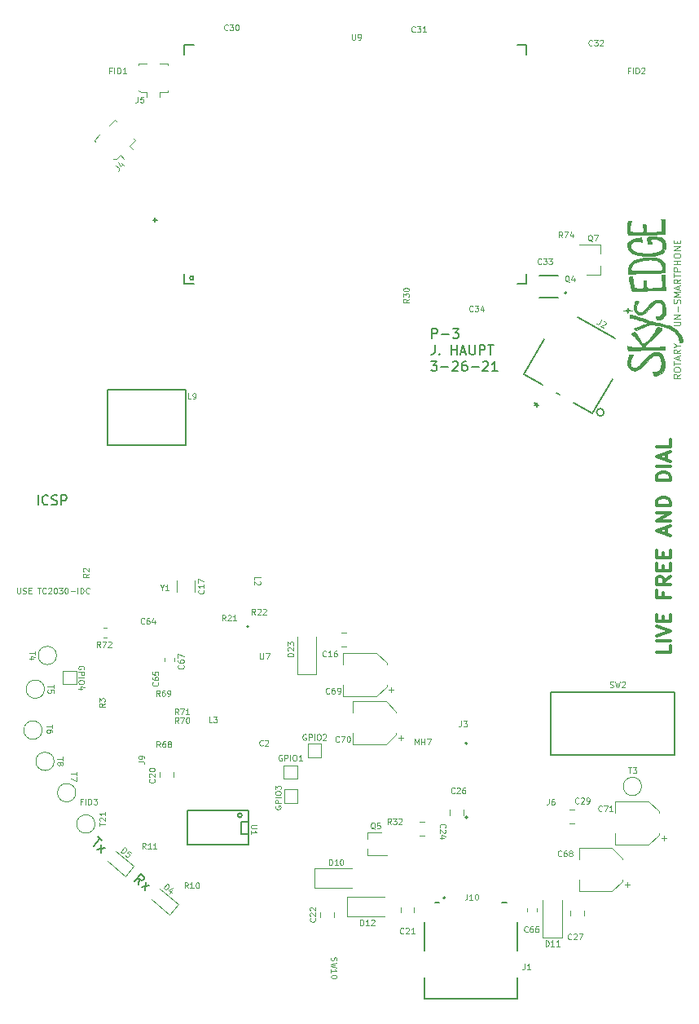
<source format=gbr>
G04 #@! TF.GenerationSoftware,KiCad,Pcbnew,5.1.6+dfsg1-1~bpo10+1*
G04 #@! TF.CreationDate,2021-03-28T20:24:38-04:00*
G04 #@! TF.ProjectId,RUSP_Mainboard,52555350-5f4d-4616-996e-626f6172642e,rev?*
G04 #@! TF.SameCoordinates,Original*
G04 #@! TF.FileFunction,Legend,Top*
G04 #@! TF.FilePolarity,Positive*
%FSLAX46Y46*%
G04 Gerber Fmt 4.6, Leading zero omitted, Abs format (unit mm)*
G04 Created by KiCad (PCBNEW 5.1.6+dfsg1-1~bpo10+1) date 2021-03-28 20:24:38*
%MOMM*%
%LPD*%
G01*
G04 APERTURE LIST*
%ADD10C,0.150000*%
%ADD11C,0.120000*%
%ADD12C,0.200000*%
%ADD13C,0.300000*%
%ADD14C,0.127000*%
%ADD15C,0.152400*%
%ADD16C,0.010000*%
%ADD17C,0.100000*%
G04 APERTURE END LIST*
D10*
X126500000Y-75750000D02*
X126900000Y-75750000D01*
X126700000Y-75550000D02*
X126700000Y-75940000D01*
D11*
X181266666Y-91800000D02*
X180933333Y-92033333D01*
X181266666Y-92200000D02*
X180566666Y-92200000D01*
X180566666Y-91933333D01*
X180600000Y-91866666D01*
X180633333Y-91833333D01*
X180700000Y-91800000D01*
X180800000Y-91800000D01*
X180866666Y-91833333D01*
X180900000Y-91866666D01*
X180933333Y-91933333D01*
X180933333Y-92200000D01*
X180566666Y-91366666D02*
X180566666Y-91233333D01*
X180600000Y-91166666D01*
X180666666Y-91100000D01*
X180800000Y-91066666D01*
X181033333Y-91066666D01*
X181166666Y-91100000D01*
X181233333Y-91166666D01*
X181266666Y-91233333D01*
X181266666Y-91366666D01*
X181233333Y-91433333D01*
X181166666Y-91500000D01*
X181033333Y-91533333D01*
X180800000Y-91533333D01*
X180666666Y-91500000D01*
X180600000Y-91433333D01*
X180566666Y-91366666D01*
X180566666Y-90866666D02*
X180566666Y-90466666D01*
X181266666Y-90666666D02*
X180566666Y-90666666D01*
X181066666Y-90266666D02*
X181066666Y-89933333D01*
X181266666Y-90333333D02*
X180566666Y-90100000D01*
X181266666Y-89866666D01*
X181266666Y-89233333D02*
X180933333Y-89466666D01*
X181266666Y-89633333D02*
X180566666Y-89633333D01*
X180566666Y-89366666D01*
X180600000Y-89300000D01*
X180633333Y-89266666D01*
X180700000Y-89233333D01*
X180800000Y-89233333D01*
X180866666Y-89266666D01*
X180900000Y-89300000D01*
X180933333Y-89366666D01*
X180933333Y-89633333D01*
X180933333Y-88800000D02*
X181266666Y-88800000D01*
X180566666Y-89033333D02*
X180933333Y-88800000D01*
X180566666Y-88566666D01*
X180566666Y-86733333D02*
X181133333Y-86733333D01*
X181200000Y-86700000D01*
X181233333Y-86666666D01*
X181266666Y-86600000D01*
X181266666Y-86466666D01*
X181233333Y-86400000D01*
X181200000Y-86366666D01*
X181133333Y-86333333D01*
X180566666Y-86333333D01*
X181266666Y-86000000D02*
X180566666Y-86000000D01*
X181266666Y-85600000D01*
X180566666Y-85600000D01*
X181000000Y-85266666D02*
X181000000Y-84733333D01*
X181233333Y-84433333D02*
X181266666Y-84333333D01*
X181266666Y-84166666D01*
X181233333Y-84100000D01*
X181200000Y-84066666D01*
X181133333Y-84033333D01*
X181066666Y-84033333D01*
X181000000Y-84066666D01*
X180966666Y-84100000D01*
X180933333Y-84166666D01*
X180900000Y-84300000D01*
X180866666Y-84366666D01*
X180833333Y-84400000D01*
X180766666Y-84433333D01*
X180700000Y-84433333D01*
X180633333Y-84400000D01*
X180600000Y-84366666D01*
X180566666Y-84300000D01*
X180566666Y-84133333D01*
X180600000Y-84033333D01*
X181266666Y-83733333D02*
X180566666Y-83733333D01*
X181066666Y-83500000D01*
X180566666Y-83266666D01*
X181266666Y-83266666D01*
X181066666Y-82966666D02*
X181066666Y-82633333D01*
X181266666Y-83033333D02*
X180566666Y-82800000D01*
X181266666Y-82566666D01*
X181266666Y-81933333D02*
X180933333Y-82166666D01*
X181266666Y-82333333D02*
X180566666Y-82333333D01*
X180566666Y-82066666D01*
X180600000Y-82000000D01*
X180633333Y-81966666D01*
X180700000Y-81933333D01*
X180800000Y-81933333D01*
X180866666Y-81966666D01*
X180900000Y-82000000D01*
X180933333Y-82066666D01*
X180933333Y-82333333D01*
X180566666Y-81733333D02*
X180566666Y-81333333D01*
X181266666Y-81533333D02*
X180566666Y-81533333D01*
X181266666Y-81100000D02*
X180566666Y-81100000D01*
X180566666Y-80833333D01*
X180600000Y-80766666D01*
X180633333Y-80733333D01*
X180700000Y-80700000D01*
X180800000Y-80700000D01*
X180866666Y-80733333D01*
X180900000Y-80766666D01*
X180933333Y-80833333D01*
X180933333Y-81100000D01*
X181266666Y-80400000D02*
X180566666Y-80400000D01*
X180900000Y-80400000D02*
X180900000Y-80000000D01*
X181266666Y-80000000D02*
X180566666Y-80000000D01*
X180566666Y-79533333D02*
X180566666Y-79400000D01*
X180600000Y-79333333D01*
X180666666Y-79266666D01*
X180800000Y-79233333D01*
X181033333Y-79233333D01*
X181166666Y-79266666D01*
X181233333Y-79333333D01*
X181266666Y-79400000D01*
X181266666Y-79533333D01*
X181233333Y-79600000D01*
X181166666Y-79666666D01*
X181033333Y-79700000D01*
X180800000Y-79700000D01*
X180666666Y-79666666D01*
X180600000Y-79600000D01*
X180566666Y-79533333D01*
X181266666Y-78933333D02*
X180566666Y-78933333D01*
X181266666Y-78533333D01*
X180566666Y-78533333D01*
X180900000Y-78200000D02*
X180900000Y-77966666D01*
X181266666Y-77866666D02*
X181266666Y-78200000D01*
X180566666Y-78200000D01*
X180566666Y-77866666D01*
D12*
X155468095Y-88052380D02*
X155468095Y-87052380D01*
X155849047Y-87052380D01*
X155944285Y-87100000D01*
X155991904Y-87147619D01*
X156039523Y-87242857D01*
X156039523Y-87385714D01*
X155991904Y-87480952D01*
X155944285Y-87528571D01*
X155849047Y-87576190D01*
X155468095Y-87576190D01*
X156468095Y-87671428D02*
X157230000Y-87671428D01*
X157610952Y-87052380D02*
X158230000Y-87052380D01*
X157896666Y-87433333D01*
X158039523Y-87433333D01*
X158134761Y-87480952D01*
X158182380Y-87528571D01*
X158230000Y-87623809D01*
X158230000Y-87861904D01*
X158182380Y-87957142D01*
X158134761Y-88004761D01*
X158039523Y-88052380D01*
X157753809Y-88052380D01*
X157658571Y-88004761D01*
X157610952Y-87957142D01*
X155753809Y-88752380D02*
X155753809Y-89466666D01*
X155706190Y-89609523D01*
X155610952Y-89704761D01*
X155468095Y-89752380D01*
X155372857Y-89752380D01*
X156230000Y-89657142D02*
X156277619Y-89704761D01*
X156230000Y-89752380D01*
X156182380Y-89704761D01*
X156230000Y-89657142D01*
X156230000Y-89752380D01*
X157468095Y-89752380D02*
X157468095Y-88752380D01*
X157468095Y-89228571D02*
X158039523Y-89228571D01*
X158039523Y-89752380D02*
X158039523Y-88752380D01*
X158468095Y-89466666D02*
X158944285Y-89466666D01*
X158372857Y-89752380D02*
X158706190Y-88752380D01*
X159039523Y-89752380D01*
X159372857Y-88752380D02*
X159372857Y-89561904D01*
X159420476Y-89657142D01*
X159468095Y-89704761D01*
X159563333Y-89752380D01*
X159753809Y-89752380D01*
X159849047Y-89704761D01*
X159896666Y-89657142D01*
X159944285Y-89561904D01*
X159944285Y-88752380D01*
X160420476Y-89752380D02*
X160420476Y-88752380D01*
X160801428Y-88752380D01*
X160896666Y-88800000D01*
X160944285Y-88847619D01*
X160991904Y-88942857D01*
X160991904Y-89085714D01*
X160944285Y-89180952D01*
X160896666Y-89228571D01*
X160801428Y-89276190D01*
X160420476Y-89276190D01*
X161277619Y-88752380D02*
X161849047Y-88752380D01*
X161563333Y-89752380D02*
X161563333Y-88752380D01*
X155372857Y-90452380D02*
X155991904Y-90452380D01*
X155658571Y-90833333D01*
X155801428Y-90833333D01*
X155896666Y-90880952D01*
X155944285Y-90928571D01*
X155991904Y-91023809D01*
X155991904Y-91261904D01*
X155944285Y-91357142D01*
X155896666Y-91404761D01*
X155801428Y-91452380D01*
X155515714Y-91452380D01*
X155420476Y-91404761D01*
X155372857Y-91357142D01*
X156420476Y-91071428D02*
X157182380Y-91071428D01*
X157610952Y-90547619D02*
X157658571Y-90500000D01*
X157753809Y-90452380D01*
X157991904Y-90452380D01*
X158087142Y-90500000D01*
X158134761Y-90547619D01*
X158182380Y-90642857D01*
X158182380Y-90738095D01*
X158134761Y-90880952D01*
X157563333Y-91452380D01*
X158182380Y-91452380D01*
X159039523Y-90452380D02*
X158849047Y-90452380D01*
X158753809Y-90500000D01*
X158706190Y-90547619D01*
X158610952Y-90690476D01*
X158563333Y-90880952D01*
X158563333Y-91261904D01*
X158610952Y-91357142D01*
X158658571Y-91404761D01*
X158753809Y-91452380D01*
X158944285Y-91452380D01*
X159039523Y-91404761D01*
X159087142Y-91357142D01*
X159134761Y-91261904D01*
X159134761Y-91023809D01*
X159087142Y-90928571D01*
X159039523Y-90880952D01*
X158944285Y-90833333D01*
X158753809Y-90833333D01*
X158658571Y-90880952D01*
X158610952Y-90928571D01*
X158563333Y-91023809D01*
X159563333Y-91071428D02*
X160325238Y-91071428D01*
X160753809Y-90547619D02*
X160801428Y-90500000D01*
X160896666Y-90452380D01*
X161134761Y-90452380D01*
X161230000Y-90500000D01*
X161277619Y-90547619D01*
X161325238Y-90642857D01*
X161325238Y-90738095D01*
X161277619Y-90880952D01*
X160706190Y-91452380D01*
X161325238Y-91452380D01*
X162277619Y-91452380D02*
X161706190Y-91452380D01*
X161991904Y-91452380D02*
X161991904Y-90452380D01*
X161896666Y-90595238D01*
X161801428Y-90690476D01*
X161706190Y-90738095D01*
D13*
X180278571Y-119964285D02*
X180278571Y-120678571D01*
X178778571Y-120678571D01*
X180278571Y-119464285D02*
X178778571Y-119464285D01*
X178778571Y-118964285D02*
X180278571Y-118464285D01*
X178778571Y-117964285D01*
X179492857Y-117464285D02*
X179492857Y-116964285D01*
X180278571Y-116750000D02*
X180278571Y-117464285D01*
X178778571Y-117464285D01*
X178778571Y-116750000D01*
X179492857Y-114464285D02*
X179492857Y-114964285D01*
X180278571Y-114964285D02*
X178778571Y-114964285D01*
X178778571Y-114250000D01*
X180278571Y-112821428D02*
X179564285Y-113321428D01*
X180278571Y-113678571D02*
X178778571Y-113678571D01*
X178778571Y-113107142D01*
X178850000Y-112964285D01*
X178921428Y-112892857D01*
X179064285Y-112821428D01*
X179278571Y-112821428D01*
X179421428Y-112892857D01*
X179492857Y-112964285D01*
X179564285Y-113107142D01*
X179564285Y-113678571D01*
X179492857Y-112178571D02*
X179492857Y-111678571D01*
X180278571Y-111464285D02*
X180278571Y-112178571D01*
X178778571Y-112178571D01*
X178778571Y-111464285D01*
X179492857Y-110821428D02*
X179492857Y-110321428D01*
X180278571Y-110107142D02*
X180278571Y-110821428D01*
X178778571Y-110821428D01*
X178778571Y-110107142D01*
X179850000Y-108392857D02*
X179850000Y-107678571D01*
X180278571Y-108535714D02*
X178778571Y-108035714D01*
X180278571Y-107535714D01*
X180278571Y-107035714D02*
X178778571Y-107035714D01*
X180278571Y-106178571D01*
X178778571Y-106178571D01*
X180278571Y-105464285D02*
X178778571Y-105464285D01*
X178778571Y-105107142D01*
X178850000Y-104892857D01*
X178992857Y-104750000D01*
X179135714Y-104678571D01*
X179421428Y-104607142D01*
X179635714Y-104607142D01*
X179921428Y-104678571D01*
X180064285Y-104750000D01*
X180207142Y-104892857D01*
X180278571Y-105107142D01*
X180278571Y-105464285D01*
X180278571Y-102821428D02*
X178778571Y-102821428D01*
X178778571Y-102464285D01*
X178850000Y-102250000D01*
X178992857Y-102107142D01*
X179135714Y-102035714D01*
X179421428Y-101964285D01*
X179635714Y-101964285D01*
X179921428Y-102035714D01*
X180064285Y-102107142D01*
X180207142Y-102250000D01*
X180278571Y-102464285D01*
X180278571Y-102821428D01*
X180278571Y-101321428D02*
X178778571Y-101321428D01*
X179850000Y-100678571D02*
X179850000Y-99964285D01*
X180278571Y-100821428D02*
X178778571Y-100321428D01*
X180278571Y-99821428D01*
X180278571Y-98607142D02*
X180278571Y-99321428D01*
X178778571Y-99321428D01*
D10*
X159136803Y-137811803D02*
G75*
G03*
X159136803Y-137811803I-111803J0D01*
G01*
D11*
X146041422Y-118610000D02*
X146558578Y-118610000D01*
X146041422Y-120030000D02*
X146558578Y-120030000D01*
X140050000Y-133800000D02*
X140050000Y-132400000D01*
X141450000Y-133800000D02*
X140050000Y-133800000D01*
X141450000Y-132400000D02*
X141450000Y-133800000D01*
X140050000Y-132400000D02*
X141450000Y-132400000D01*
D10*
X136400000Y-118000000D02*
G75*
G03*
X136400000Y-118000000I-100000J0D01*
G01*
D14*
X166600000Y-81581000D02*
X168600000Y-81581000D01*
X168600000Y-83819000D02*
X166600000Y-83819000D01*
D12*
X169450000Y-83350000D02*
G75*
G03*
X169450000Y-83350000I-100000J0D01*
G01*
D10*
X159136803Y-130111803D02*
G75*
G03*
X159136803Y-130111803I-111803J0D01*
G01*
D15*
X165049928Y-91783231D02*
X166997672Y-92907762D01*
X172154974Y-95885331D02*
X174248504Y-92259231D01*
X174472268Y-88101780D02*
X170632034Y-85884620D01*
X167143458Y-88157131D02*
X165049928Y-91783231D01*
X170163929Y-94735801D02*
X172154974Y-95885331D01*
X168431880Y-93735802D02*
X168729721Y-93907761D01*
X173347099Y-95750420D02*
G75*
G03*
X173347099Y-95750420I-381000J0D01*
G01*
D14*
X154675000Y-156675000D02*
X154675000Y-154425000D01*
X154675000Y-151675000D02*
X154675000Y-148675000D01*
X155750000Y-146675000D02*
X156250000Y-146675000D01*
X162750000Y-146675000D02*
X163250000Y-146675000D01*
X164325000Y-148675000D02*
X164325000Y-151675000D01*
X164325000Y-154425000D02*
X164325000Y-156675000D01*
X164325000Y-156675000D02*
X154675000Y-156675000D01*
D12*
X156850000Y-146175000D02*
G75*
G03*
X156850000Y-146175000I-100000J0D01*
G01*
D11*
X118450000Y-135250000D02*
G75*
G03*
X118450000Y-135250000I-950000J0D01*
G01*
X154658578Y-139730000D02*
X154141422Y-139730000D01*
X154658578Y-138310000D02*
X154141422Y-138310000D01*
D10*
X167850000Y-131300000D02*
X180650000Y-131300000D01*
X180650000Y-131300000D02*
X180650000Y-124800000D01*
X180650000Y-124800000D02*
X167850000Y-124800000D01*
X167850000Y-124800000D02*
X167850000Y-131300000D01*
D11*
X129103505Y-146850622D02*
X127199885Y-145253294D01*
X128222886Y-147900103D02*
X129103505Y-146850622D01*
X126319266Y-146302775D02*
X128222886Y-147900103D01*
X124501094Y-142878357D02*
X122597474Y-141281029D01*
X123620475Y-143927838D02*
X124501094Y-142878357D01*
X121716855Y-142330510D02*
X123620475Y-143927838D01*
D10*
X135723607Y-137600000D02*
G75*
G03*
X135723607Y-137600000I-223607J0D01*
G01*
X135648000Y-138265000D02*
X136410000Y-138265000D01*
X135648000Y-139535000D02*
X135648000Y-138265000D01*
X136410000Y-139535000D02*
X135648000Y-139535000D01*
X136410000Y-137122000D02*
X136410000Y-140678000D01*
X130060000Y-140678000D02*
X130060000Y-137122000D01*
X130060000Y-140678000D02*
X136410000Y-140678000D01*
X136410000Y-137122000D02*
X130060000Y-137122000D01*
D11*
X166410000Y-147237221D02*
X166410000Y-147562779D01*
X165390000Y-147237221D02*
X165390000Y-147562779D01*
X127640000Y-121612779D02*
X127640000Y-121287221D01*
X128660000Y-121612779D02*
X128660000Y-121287221D01*
X175750000Y-145060000D02*
X175750000Y-144560000D01*
X176000000Y-144810000D02*
X175500000Y-144810000D01*
X175260000Y-142054437D02*
X174195563Y-140990000D01*
X175260000Y-144445563D02*
X174195563Y-145510000D01*
X175260000Y-144445563D02*
X175260000Y-144310000D01*
X175260000Y-142054437D02*
X175260000Y-142190000D01*
X174195563Y-140990000D02*
X170740000Y-140990000D01*
X174195563Y-145510000D02*
X170740000Y-145510000D01*
X170740000Y-145510000D02*
X170740000Y-144310000D01*
X170740000Y-140990000D02*
X170740000Y-142190000D01*
X151250000Y-124810000D02*
X151250000Y-124310000D01*
X151500000Y-124560000D02*
X151000000Y-124560000D01*
X150760000Y-121804437D02*
X149695563Y-120740000D01*
X150760000Y-124195563D02*
X149695563Y-125260000D01*
X150760000Y-124195563D02*
X150760000Y-124060000D01*
X150760000Y-121804437D02*
X150760000Y-121940000D01*
X149695563Y-120740000D02*
X146240000Y-120740000D01*
X149695563Y-125260000D02*
X146240000Y-125260000D01*
X146240000Y-125260000D02*
X146240000Y-124060000D01*
X146240000Y-120740000D02*
X146240000Y-121940000D01*
X152250000Y-129810000D02*
X152250000Y-129310000D01*
X152500000Y-129560000D02*
X152000000Y-129560000D01*
X151760000Y-126804437D02*
X150695563Y-125740000D01*
X151760000Y-129195563D02*
X150695563Y-130260000D01*
X151760000Y-129195563D02*
X151760000Y-129060000D01*
X151760000Y-126804437D02*
X151760000Y-126940000D01*
X150695563Y-125740000D02*
X147240000Y-125740000D01*
X150695563Y-130260000D02*
X147240000Y-130260000D01*
X147240000Y-130260000D02*
X147240000Y-129060000D01*
X147240000Y-125740000D02*
X147240000Y-126940000D01*
X179550000Y-140210000D02*
X179550000Y-139710000D01*
X179800000Y-139960000D02*
X179300000Y-139960000D01*
X179060000Y-137204437D02*
X177995563Y-136140000D01*
X179060000Y-139595563D02*
X177995563Y-140660000D01*
X179060000Y-139595563D02*
X179060000Y-139460000D01*
X179060000Y-137204437D02*
X179060000Y-137340000D01*
X177995563Y-136140000D02*
X174540000Y-136140000D01*
X177995563Y-140660000D02*
X174540000Y-140660000D01*
X174540000Y-140660000D02*
X174540000Y-139460000D01*
X174540000Y-136140000D02*
X174540000Y-137340000D01*
X124055635Y-68065685D02*
X124409188Y-68419239D01*
X123065685Y-69055635D02*
X123419239Y-69409188D01*
X123065685Y-69055635D02*
X122641421Y-69479899D01*
X122641421Y-69479899D02*
X122358579Y-69479899D01*
X124479899Y-67358579D02*
X124621320Y-67500000D01*
X124621320Y-67500000D02*
X124055635Y-68065685D01*
X121934315Y-65944365D02*
X122500000Y-65378680D01*
X122500000Y-65378680D02*
X122641421Y-65520101D01*
X120520101Y-67641421D02*
X120378680Y-67500000D01*
X120378680Y-67500000D02*
X120944365Y-66934315D01*
X125000000Y-59500000D02*
X125800000Y-59500000D01*
X125000000Y-59700000D02*
X125000000Y-59500000D01*
X128000000Y-59500000D02*
X128000000Y-59700000D01*
X127200000Y-59500000D02*
X128000000Y-59500000D01*
X128000000Y-62500000D02*
X127200000Y-62500000D01*
X128000000Y-62300000D02*
X128000000Y-62500000D01*
X125200000Y-62500000D02*
X125000000Y-62300000D01*
X125800000Y-62500000D02*
X125200000Y-62500000D01*
X125800000Y-62500000D02*
X125800000Y-63000000D01*
X127200000Y-62500000D02*
X127200000Y-63000000D01*
X121328733Y-119160000D02*
X121671267Y-119160000D01*
X121328733Y-118140000D02*
X121671267Y-118140000D01*
D10*
X130700000Y-81800000D02*
G75*
G03*
X130700000Y-81800000I-200000J0D01*
G01*
X129700000Y-57600000D02*
X130700000Y-57600000D01*
X129700000Y-57600000D02*
X129700000Y-58600000D01*
X164300000Y-57600000D02*
X165300000Y-57600000D01*
X165300000Y-57600000D02*
X165300000Y-58600000D01*
X165300000Y-81400000D02*
X165300000Y-82400000D01*
X165300000Y-82400000D02*
X164300000Y-82400000D01*
X129700000Y-81400000D02*
X129700000Y-82400000D01*
X129700000Y-82400000D02*
X130700000Y-82400000D01*
D11*
X128990000Y-114422064D02*
X128990000Y-113217936D01*
X130810000Y-114422064D02*
X130810000Y-113217936D01*
X141450000Y-122950000D02*
X143450000Y-122950000D01*
X143450000Y-122950000D02*
X143450000Y-119050000D01*
X141450000Y-122950000D02*
X141450000Y-119050000D01*
D16*
G36*
X176035312Y-85675669D02*
G01*
X176060610Y-85622833D01*
X176067338Y-85618894D01*
X176117883Y-85620669D01*
X176218370Y-85641190D01*
X176359046Y-85677553D01*
X176530157Y-85726857D01*
X176721951Y-85786197D01*
X176924674Y-85852673D01*
X177128572Y-85923380D01*
X177292895Y-85983647D01*
X177518451Y-86067315D01*
X177719050Y-86137806D01*
X177908219Y-86198957D01*
X178099484Y-86254602D01*
X178306373Y-86308580D01*
X178542414Y-86364726D01*
X178821133Y-86426876D01*
X178967453Y-86458548D01*
X179321292Y-86537336D01*
X179620021Y-86610183D01*
X179871474Y-86679550D01*
X180083482Y-86747895D01*
X180263879Y-86817678D01*
X180420496Y-86891359D01*
X180518625Y-86945659D01*
X180709724Y-87077793D01*
X180908523Y-87248878D01*
X181095654Y-87440419D01*
X181251751Y-87633924D01*
X181275875Y-87668750D01*
X181353837Y-87802657D01*
X181419688Y-87949662D01*
X181470925Y-88098688D01*
X181505044Y-88238659D01*
X181519543Y-88358500D01*
X181511919Y-88447134D01*
X181479668Y-88493485D01*
X181463187Y-88497615D01*
X181352812Y-88497650D01*
X181255784Y-88486457D01*
X181195174Y-88466951D01*
X181190257Y-88463120D01*
X181172248Y-88421233D01*
X181149181Y-88334037D01*
X181125562Y-88219002D01*
X181121778Y-88197715D01*
X181068278Y-87980634D01*
X180983548Y-87790388D01*
X180858405Y-87611096D01*
X180683668Y-87426881D01*
X180666876Y-87411086D01*
X180463565Y-87242092D01*
X180239592Y-87098339D01*
X179987506Y-86977048D01*
X179699853Y-86875437D01*
X179369182Y-86790725D01*
X178988040Y-86720131D01*
X178708875Y-86680391D01*
X178511264Y-86655969D01*
X178349855Y-86640881D01*
X178212667Y-86637596D01*
X178087720Y-86648585D01*
X177963033Y-86676318D01*
X177826626Y-86723263D01*
X177666520Y-86791892D01*
X177470733Y-86884672D01*
X177291092Y-86972666D01*
X176714887Y-87256232D01*
X176619858Y-87200554D01*
X176537051Y-87139931D01*
X176483717Y-87077560D01*
X176470825Y-87027661D01*
X176477580Y-87016087D01*
X176517120Y-87000208D01*
X176601331Y-86978158D01*
X176712314Y-86954601D01*
X176717084Y-86953689D01*
X176836127Y-86923096D01*
X176990729Y-86872200D01*
X177159377Y-86808539D01*
X177295656Y-86750940D01*
X177494825Y-86660181D01*
X177640063Y-86589227D01*
X177736333Y-86534142D01*
X177788598Y-86490990D01*
X177801823Y-86455836D01*
X177780971Y-86424744D01*
X177740101Y-86398537D01*
X177682713Y-86375417D01*
X177575284Y-86338908D01*
X177429035Y-86292323D01*
X177255188Y-86238978D01*
X177064965Y-86182187D01*
X176869588Y-86125265D01*
X176680279Y-86071528D01*
X176508259Y-86024288D01*
X176364751Y-85986862D01*
X176272062Y-85964914D01*
X176026000Y-85911686D01*
X176026000Y-85773222D01*
X176035312Y-85675669D01*
G37*
X176035312Y-85675669D02*
X176060610Y-85622833D01*
X176067338Y-85618894D01*
X176117883Y-85620669D01*
X176218370Y-85641190D01*
X176359046Y-85677553D01*
X176530157Y-85726857D01*
X176721951Y-85786197D01*
X176924674Y-85852673D01*
X177128572Y-85923380D01*
X177292895Y-85983647D01*
X177518451Y-86067315D01*
X177719050Y-86137806D01*
X177908219Y-86198957D01*
X178099484Y-86254602D01*
X178306373Y-86308580D01*
X178542414Y-86364726D01*
X178821133Y-86426876D01*
X178967453Y-86458548D01*
X179321292Y-86537336D01*
X179620021Y-86610183D01*
X179871474Y-86679550D01*
X180083482Y-86747895D01*
X180263879Y-86817678D01*
X180420496Y-86891359D01*
X180518625Y-86945659D01*
X180709724Y-87077793D01*
X180908523Y-87248878D01*
X181095654Y-87440419D01*
X181251751Y-87633924D01*
X181275875Y-87668750D01*
X181353837Y-87802657D01*
X181419688Y-87949662D01*
X181470925Y-88098688D01*
X181505044Y-88238659D01*
X181519543Y-88358500D01*
X181511919Y-88447134D01*
X181479668Y-88493485D01*
X181463187Y-88497615D01*
X181352812Y-88497650D01*
X181255784Y-88486457D01*
X181195174Y-88466951D01*
X181190257Y-88463120D01*
X181172248Y-88421233D01*
X181149181Y-88334037D01*
X181125562Y-88219002D01*
X181121778Y-88197715D01*
X181068278Y-87980634D01*
X180983548Y-87790388D01*
X180858405Y-87611096D01*
X180683668Y-87426881D01*
X180666876Y-87411086D01*
X180463565Y-87242092D01*
X180239592Y-87098339D01*
X179987506Y-86977048D01*
X179699853Y-86875437D01*
X179369182Y-86790725D01*
X178988040Y-86720131D01*
X178708875Y-86680391D01*
X178511264Y-86655969D01*
X178349855Y-86640881D01*
X178212667Y-86637596D01*
X178087720Y-86648585D01*
X177963033Y-86676318D01*
X177826626Y-86723263D01*
X177666520Y-86791892D01*
X177470733Y-86884672D01*
X177291092Y-86972666D01*
X176714887Y-87256232D01*
X176619858Y-87200554D01*
X176537051Y-87139931D01*
X176483717Y-87077560D01*
X176470825Y-87027661D01*
X176477580Y-87016087D01*
X176517120Y-87000208D01*
X176601331Y-86978158D01*
X176712314Y-86954601D01*
X176717084Y-86953689D01*
X176836127Y-86923096D01*
X176990729Y-86872200D01*
X177159377Y-86808539D01*
X177295656Y-86750940D01*
X177494825Y-86660181D01*
X177640063Y-86589227D01*
X177736333Y-86534142D01*
X177788598Y-86490990D01*
X177801823Y-86455836D01*
X177780971Y-86424744D01*
X177740101Y-86398537D01*
X177682713Y-86375417D01*
X177575284Y-86338908D01*
X177429035Y-86292323D01*
X177255188Y-86238978D01*
X177064965Y-86182187D01*
X176869588Y-86125265D01*
X176680279Y-86071528D01*
X176508259Y-86024288D01*
X176364751Y-85986862D01*
X176272062Y-85964914D01*
X176026000Y-85911686D01*
X176026000Y-85773222D01*
X176035312Y-85675669D01*
G36*
X176480478Y-84687711D02*
G01*
X176539683Y-84473703D01*
X176546796Y-84454063D01*
X176637755Y-84208000D01*
X176774504Y-84208000D01*
X176862503Y-84214296D01*
X176920462Y-84230099D01*
X176929525Y-84237567D01*
X176924278Y-84279376D01*
X176889737Y-84350388D01*
X176867950Y-84384798D01*
X176785862Y-84544556D01*
X176734180Y-84726624D01*
X176715307Y-84911748D01*
X176731647Y-85080673D01*
X176768126Y-85184519D01*
X176857639Y-85294176D01*
X176981069Y-85361041D01*
X177121867Y-85380860D01*
X177263480Y-85349380D01*
X177312054Y-85324316D01*
X177363472Y-85290185D01*
X177419543Y-85246117D01*
X177486540Y-85185967D01*
X177570734Y-85103589D01*
X177678397Y-84992837D01*
X177815800Y-84847566D01*
X177989215Y-84661629D01*
X177998525Y-84651605D01*
X178180693Y-84461488D01*
X178334856Y-84316414D01*
X178470600Y-84210250D01*
X178597511Y-84136861D01*
X178725176Y-84090113D01*
X178863181Y-84063873D01*
X178927068Y-84057448D01*
X179145483Y-84067086D01*
X179335376Y-84130294D01*
X179490952Y-84242945D01*
X179606414Y-84400912D01*
X179673627Y-84589000D01*
X179696282Y-84731238D01*
X179712803Y-84910346D01*
X179722313Y-85104144D01*
X179723938Y-85290453D01*
X179716800Y-85447093D01*
X179709854Y-85506197D01*
X179649004Y-85699947D01*
X179535463Y-85866320D01*
X179376496Y-85998859D01*
X179179367Y-86091111D01*
X179007397Y-86130456D01*
X178916468Y-86139694D01*
X178863428Y-86127911D01*
X178823534Y-86084547D01*
X178796469Y-86040426D01*
X178732904Y-85927537D01*
X178707669Y-85857108D01*
X178724998Y-85818026D01*
X178789129Y-85799178D01*
X178891841Y-85790237D01*
X179078474Y-85757918D01*
X179222599Y-85685331D01*
X179326675Y-85569163D01*
X179393159Y-85406102D01*
X179424509Y-85192834D01*
X179427783Y-85067734D01*
X179412926Y-84830424D01*
X179372166Y-84632773D01*
X179307585Y-84481770D01*
X179224990Y-84387093D01*
X179115376Y-84339805D01*
X178975375Y-84325462D01*
X178829004Y-84344261D01*
X178724015Y-84383005D01*
X178669684Y-84421421D01*
X178578851Y-84497240D01*
X178459905Y-84602953D01*
X178321235Y-84731049D01*
X178171229Y-84874021D01*
X178121927Y-84921958D01*
X177888856Y-85144336D01*
X177690324Y-85320594D01*
X177520698Y-85453790D01*
X177374347Y-85546984D01*
X177245639Y-85603235D01*
X177128941Y-85625600D01*
X177018623Y-85617140D01*
X176909051Y-85580912D01*
X176908840Y-85580819D01*
X176744780Y-85480548D01*
X176599034Y-85340928D01*
X176510330Y-85212694D01*
X176465127Y-85071220D01*
X176455401Y-84891554D01*
X176480478Y-84687711D01*
G37*
X176480478Y-84687711D02*
X176539683Y-84473703D01*
X176546796Y-84454063D01*
X176637755Y-84208000D01*
X176774504Y-84208000D01*
X176862503Y-84214296D01*
X176920462Y-84230099D01*
X176929525Y-84237567D01*
X176924278Y-84279376D01*
X176889737Y-84350388D01*
X176867950Y-84384798D01*
X176785862Y-84544556D01*
X176734180Y-84726624D01*
X176715307Y-84911748D01*
X176731647Y-85080673D01*
X176768126Y-85184519D01*
X176857639Y-85294176D01*
X176981069Y-85361041D01*
X177121867Y-85380860D01*
X177263480Y-85349380D01*
X177312054Y-85324316D01*
X177363472Y-85290185D01*
X177419543Y-85246117D01*
X177486540Y-85185967D01*
X177570734Y-85103589D01*
X177678397Y-84992837D01*
X177815800Y-84847566D01*
X177989215Y-84661629D01*
X177998525Y-84651605D01*
X178180693Y-84461488D01*
X178334856Y-84316414D01*
X178470600Y-84210250D01*
X178597511Y-84136861D01*
X178725176Y-84090113D01*
X178863181Y-84063873D01*
X178927068Y-84057448D01*
X179145483Y-84067086D01*
X179335376Y-84130294D01*
X179490952Y-84242945D01*
X179606414Y-84400912D01*
X179673627Y-84589000D01*
X179696282Y-84731238D01*
X179712803Y-84910346D01*
X179722313Y-85104144D01*
X179723938Y-85290453D01*
X179716800Y-85447093D01*
X179709854Y-85506197D01*
X179649004Y-85699947D01*
X179535463Y-85866320D01*
X179376496Y-85998859D01*
X179179367Y-86091111D01*
X179007397Y-86130456D01*
X178916468Y-86139694D01*
X178863428Y-86127911D01*
X178823534Y-86084547D01*
X178796469Y-86040426D01*
X178732904Y-85927537D01*
X178707669Y-85857108D01*
X178724998Y-85818026D01*
X178789129Y-85799178D01*
X178891841Y-85790237D01*
X179078474Y-85757918D01*
X179222599Y-85685331D01*
X179326675Y-85569163D01*
X179393159Y-85406102D01*
X179424509Y-85192834D01*
X179427783Y-85067734D01*
X179412926Y-84830424D01*
X179372166Y-84632773D01*
X179307585Y-84481770D01*
X179224990Y-84387093D01*
X179115376Y-84339805D01*
X178975375Y-84325462D01*
X178829004Y-84344261D01*
X178724015Y-84383005D01*
X178669684Y-84421421D01*
X178578851Y-84497240D01*
X178459905Y-84602953D01*
X178321235Y-84731049D01*
X178171229Y-84874021D01*
X178121927Y-84921958D01*
X177888856Y-85144336D01*
X177690324Y-85320594D01*
X177520698Y-85453790D01*
X177374347Y-85546984D01*
X177245639Y-85603235D01*
X177128941Y-85625600D01*
X177018623Y-85617140D01*
X176909051Y-85580912D01*
X176908840Y-85580819D01*
X176744780Y-85480548D01*
X176599034Y-85340928D01*
X176510330Y-85212694D01*
X176465127Y-85071220D01*
X176455401Y-84891554D01*
X176480478Y-84687711D01*
G36*
X175778074Y-78454090D02*
G01*
X175794617Y-78359616D01*
X175807542Y-78298649D01*
X175879160Y-78111131D01*
X176006386Y-77951296D01*
X176187038Y-77820514D01*
X176418930Y-77720158D01*
X176699880Y-77651598D01*
X176875917Y-77627797D01*
X177012574Y-77615264D01*
X177123861Y-77607641D01*
X177195894Y-77605723D01*
X177215640Y-77608308D01*
X177225483Y-77644470D01*
X177238275Y-77726356D01*
X177251291Y-77836444D01*
X177251612Y-77839557D01*
X177273902Y-78057124D01*
X177181763Y-78040092D01*
X177099448Y-78024837D01*
X176984469Y-78003486D01*
X176899125Y-77987617D01*
X176677561Y-77968459D01*
X176484884Y-77994980D01*
X176326426Y-78062437D01*
X176207520Y-78166091D01*
X176133502Y-78301198D01*
X176109704Y-78463019D01*
X176141460Y-78646811D01*
X176145074Y-78657911D01*
X176210058Y-78792207D01*
X176311391Y-78905833D01*
X176454394Y-79001584D01*
X176644387Y-79082254D01*
X176886691Y-79150637D01*
X177186626Y-79209528D01*
X177199422Y-79211648D01*
X177423120Y-79236636D01*
X177687878Y-79247311D01*
X177973011Y-79244184D01*
X178257833Y-79227765D01*
X178521658Y-79198565D01*
X178658858Y-79175595D01*
X178931015Y-79104235D01*
X179145466Y-79007167D01*
X179302851Y-78883741D01*
X179403812Y-78733307D01*
X179448989Y-78555215D01*
X179443703Y-78379365D01*
X179393017Y-78177235D01*
X179300627Y-78017215D01*
X179164030Y-77897606D01*
X178980726Y-77816710D01*
X178748212Y-77772826D01*
X178536424Y-77763184D01*
X178348128Y-77767213D01*
X178219113Y-77780691D01*
X178145476Y-77806757D01*
X178123312Y-77848548D01*
X178148718Y-77909201D01*
X178217790Y-77991852D01*
X178232625Y-78007320D01*
X178314529Y-78108763D01*
X178338256Y-78185094D01*
X178303530Y-78236890D01*
X178210075Y-78264728D01*
X178107212Y-78270264D01*
X177997376Y-78266632D01*
X177924328Y-78249253D01*
X177879952Y-78207211D01*
X177856131Y-78129591D01*
X177844750Y-78005477D01*
X177840798Y-77911973D01*
X177836205Y-77771703D01*
X177839359Y-77667394D01*
X177858209Y-77594052D01*
X177900704Y-77546683D01*
X177974794Y-77520295D01*
X178088427Y-77509893D01*
X178249553Y-77510485D01*
X178466121Y-77517076D01*
X178469284Y-77517177D01*
X178693766Y-77526232D01*
X178867871Y-77538103D01*
X179004705Y-77554269D01*
X179117376Y-77576210D01*
X179202034Y-77599900D01*
X179404992Y-77690228D01*
X179560721Y-77815551D01*
X179664103Y-77971680D01*
X179668428Y-77981696D01*
X179698873Y-78093411D01*
X179719120Y-78246067D01*
X179728350Y-78417800D01*
X179725744Y-78586748D01*
X179710483Y-78731048D01*
X179698519Y-78784797D01*
X179617682Y-78982046D01*
X179495233Y-79140884D01*
X179325633Y-79266360D01*
X179103343Y-79363522D01*
X179042250Y-79382975D01*
X178784604Y-79442294D01*
X178481624Y-79482435D01*
X178148462Y-79503539D01*
X177800275Y-79505744D01*
X177452217Y-79489190D01*
X177119444Y-79454017D01*
X176817111Y-79400363D01*
X176662614Y-79361103D01*
X176386743Y-79265494D01*
X176168562Y-79153807D01*
X176003513Y-79022523D01*
X175887039Y-78868122D01*
X175821416Y-78711380D01*
X175790570Y-78603086D01*
X175776424Y-78526285D01*
X175778074Y-78454090D01*
G37*
X175778074Y-78454090D02*
X175794617Y-78359616D01*
X175807542Y-78298649D01*
X175879160Y-78111131D01*
X176006386Y-77951296D01*
X176187038Y-77820514D01*
X176418930Y-77720158D01*
X176699880Y-77651598D01*
X176875917Y-77627797D01*
X177012574Y-77615264D01*
X177123861Y-77607641D01*
X177195894Y-77605723D01*
X177215640Y-77608308D01*
X177225483Y-77644470D01*
X177238275Y-77726356D01*
X177251291Y-77836444D01*
X177251612Y-77839557D01*
X177273902Y-78057124D01*
X177181763Y-78040092D01*
X177099448Y-78024837D01*
X176984469Y-78003486D01*
X176899125Y-77987617D01*
X176677561Y-77968459D01*
X176484884Y-77994980D01*
X176326426Y-78062437D01*
X176207520Y-78166091D01*
X176133502Y-78301198D01*
X176109704Y-78463019D01*
X176141460Y-78646811D01*
X176145074Y-78657911D01*
X176210058Y-78792207D01*
X176311391Y-78905833D01*
X176454394Y-79001584D01*
X176644387Y-79082254D01*
X176886691Y-79150637D01*
X177186626Y-79209528D01*
X177199422Y-79211648D01*
X177423120Y-79236636D01*
X177687878Y-79247311D01*
X177973011Y-79244184D01*
X178257833Y-79227765D01*
X178521658Y-79198565D01*
X178658858Y-79175595D01*
X178931015Y-79104235D01*
X179145466Y-79007167D01*
X179302851Y-78883741D01*
X179403812Y-78733307D01*
X179448989Y-78555215D01*
X179443703Y-78379365D01*
X179393017Y-78177235D01*
X179300627Y-78017215D01*
X179164030Y-77897606D01*
X178980726Y-77816710D01*
X178748212Y-77772826D01*
X178536424Y-77763184D01*
X178348128Y-77767213D01*
X178219113Y-77780691D01*
X178145476Y-77806757D01*
X178123312Y-77848548D01*
X178148718Y-77909201D01*
X178217790Y-77991852D01*
X178232625Y-78007320D01*
X178314529Y-78108763D01*
X178338256Y-78185094D01*
X178303530Y-78236890D01*
X178210075Y-78264728D01*
X178107212Y-78270264D01*
X177997376Y-78266632D01*
X177924328Y-78249253D01*
X177879952Y-78207211D01*
X177856131Y-78129591D01*
X177844750Y-78005477D01*
X177840798Y-77911973D01*
X177836205Y-77771703D01*
X177839359Y-77667394D01*
X177858209Y-77594052D01*
X177900704Y-77546683D01*
X177974794Y-77520295D01*
X178088427Y-77509893D01*
X178249553Y-77510485D01*
X178466121Y-77517076D01*
X178469284Y-77517177D01*
X178693766Y-77526232D01*
X178867871Y-77538103D01*
X179004705Y-77554269D01*
X179117376Y-77576210D01*
X179202034Y-77599900D01*
X179404992Y-77690228D01*
X179560721Y-77815551D01*
X179664103Y-77971680D01*
X179668428Y-77981696D01*
X179698873Y-78093411D01*
X179719120Y-78246067D01*
X179728350Y-78417800D01*
X179725744Y-78586748D01*
X179710483Y-78731048D01*
X179698519Y-78784797D01*
X179617682Y-78982046D01*
X179495233Y-79140884D01*
X179325633Y-79266360D01*
X179103343Y-79363522D01*
X179042250Y-79382975D01*
X178784604Y-79442294D01*
X178481624Y-79482435D01*
X178148462Y-79503539D01*
X177800275Y-79505744D01*
X177452217Y-79489190D01*
X177119444Y-79454017D01*
X176817111Y-79400363D01*
X176662614Y-79361103D01*
X176386743Y-79265494D01*
X176168562Y-79153807D01*
X176003513Y-79022523D01*
X175887039Y-78868122D01*
X175821416Y-78711380D01*
X175790570Y-78603086D01*
X175776424Y-78526285D01*
X175778074Y-78454090D01*
G36*
X175940419Y-81675840D02*
G01*
X176015465Y-81670233D01*
X176109485Y-81665960D01*
X176200216Y-81664083D01*
X176256187Y-81665056D01*
X176289663Y-81678573D01*
X176307031Y-81724218D01*
X176313184Y-81816498D01*
X176313437Y-81834688D01*
X176319752Y-81932359D01*
X176335656Y-82073125D01*
X176358707Y-82237729D01*
X176384875Y-82397924D01*
X176415646Y-82568888D01*
X176445362Y-82692567D01*
X176484215Y-82776889D01*
X176542395Y-82829781D01*
X176630091Y-82859172D01*
X176757494Y-82872988D01*
X176934795Y-82879159D01*
X177005634Y-82880859D01*
X177179502Y-82883834D01*
X177308708Y-82877931D01*
X177398398Y-82855386D01*
X177453722Y-82808439D01*
X177479828Y-82729325D01*
X177481865Y-82610284D01*
X177464979Y-82443552D01*
X177435857Y-82232190D01*
X177430960Y-82124699D01*
X177459289Y-82065761D01*
X177528401Y-82049321D01*
X177640819Y-82068070D01*
X177756375Y-82096625D01*
X177756375Y-82454952D01*
X177758177Y-82619868D01*
X177764434Y-82731817D01*
X177776416Y-82801251D01*
X177795398Y-82838625D01*
X177804000Y-82846113D01*
X177852536Y-82856748D01*
X177952564Y-82862886D01*
X178092260Y-82864861D01*
X178259799Y-82863004D01*
X178443357Y-82857648D01*
X178631109Y-82849128D01*
X178811233Y-82837774D01*
X178971903Y-82823920D01*
X179087397Y-82809986D01*
X179208195Y-82791413D01*
X179293085Y-82769829D01*
X179347828Y-82734941D01*
X179378184Y-82676455D01*
X179389915Y-82584080D01*
X179388781Y-82447522D01*
X179381777Y-82284012D01*
X179371675Y-82112456D01*
X179357926Y-81949852D01*
X179342306Y-81814133D01*
X179326591Y-81723233D01*
X179325981Y-81720762D01*
X179301732Y-81599142D01*
X179309619Y-81525803D01*
X179357826Y-81490215D01*
X179454543Y-81481847D01*
X179510178Y-81483842D01*
X179693125Y-81493375D01*
X179701606Y-82274318D01*
X179710088Y-83055261D01*
X179352172Y-83075703D01*
X179201960Y-83082849D01*
X179009493Y-83089777D01*
X178782845Y-83096378D01*
X178530088Y-83102546D01*
X178259293Y-83108171D01*
X177978533Y-83113145D01*
X177695878Y-83117361D01*
X177419403Y-83120710D01*
X177157177Y-83123085D01*
X176917274Y-83124376D01*
X176707766Y-83124477D01*
X176536723Y-83123278D01*
X176412219Y-83120673D01*
X176342326Y-83116552D01*
X176338695Y-83116059D01*
X176191015Y-83093799D01*
X176157637Y-82912712D01*
X176139323Y-82818948D01*
X176110601Y-82678564D01*
X176074681Y-82506960D01*
X176034774Y-82319540D01*
X176011299Y-82210727D01*
X175974430Y-82038106D01*
X175943594Y-81888679D01*
X175920834Y-81772781D01*
X175908197Y-81700751D01*
X175906606Y-81681721D01*
X175940419Y-81675840D01*
G37*
X175940419Y-81675840D02*
X176015465Y-81670233D01*
X176109485Y-81665960D01*
X176200216Y-81664083D01*
X176256187Y-81665056D01*
X176289663Y-81678573D01*
X176307031Y-81724218D01*
X176313184Y-81816498D01*
X176313437Y-81834688D01*
X176319752Y-81932359D01*
X176335656Y-82073125D01*
X176358707Y-82237729D01*
X176384875Y-82397924D01*
X176415646Y-82568888D01*
X176445362Y-82692567D01*
X176484215Y-82776889D01*
X176542395Y-82829781D01*
X176630091Y-82859172D01*
X176757494Y-82872988D01*
X176934795Y-82879159D01*
X177005634Y-82880859D01*
X177179502Y-82883834D01*
X177308708Y-82877931D01*
X177398398Y-82855386D01*
X177453722Y-82808439D01*
X177479828Y-82729325D01*
X177481865Y-82610284D01*
X177464979Y-82443552D01*
X177435857Y-82232190D01*
X177430960Y-82124699D01*
X177459289Y-82065761D01*
X177528401Y-82049321D01*
X177640819Y-82068070D01*
X177756375Y-82096625D01*
X177756375Y-82454952D01*
X177758177Y-82619868D01*
X177764434Y-82731817D01*
X177776416Y-82801251D01*
X177795398Y-82838625D01*
X177804000Y-82846113D01*
X177852536Y-82856748D01*
X177952564Y-82862886D01*
X178092260Y-82864861D01*
X178259799Y-82863004D01*
X178443357Y-82857648D01*
X178631109Y-82849128D01*
X178811233Y-82837774D01*
X178971903Y-82823920D01*
X179087397Y-82809986D01*
X179208195Y-82791413D01*
X179293085Y-82769829D01*
X179347828Y-82734941D01*
X179378184Y-82676455D01*
X179389915Y-82584080D01*
X179388781Y-82447522D01*
X179381777Y-82284012D01*
X179371675Y-82112456D01*
X179357926Y-81949852D01*
X179342306Y-81814133D01*
X179326591Y-81723233D01*
X179325981Y-81720762D01*
X179301732Y-81599142D01*
X179309619Y-81525803D01*
X179357826Y-81490215D01*
X179454543Y-81481847D01*
X179510178Y-81483842D01*
X179693125Y-81493375D01*
X179701606Y-82274318D01*
X179710088Y-83055261D01*
X179352172Y-83075703D01*
X179201960Y-83082849D01*
X179009493Y-83089777D01*
X178782845Y-83096378D01*
X178530088Y-83102546D01*
X178259293Y-83108171D01*
X177978533Y-83113145D01*
X177695878Y-83117361D01*
X177419403Y-83120710D01*
X177157177Y-83123085D01*
X176917274Y-83124376D01*
X176707766Y-83124477D01*
X176536723Y-83123278D01*
X176412219Y-83120673D01*
X176342326Y-83116552D01*
X176338695Y-83116059D01*
X176191015Y-83093799D01*
X176157637Y-82912712D01*
X176139323Y-82818948D01*
X176110601Y-82678564D01*
X176074681Y-82506960D01*
X176034774Y-82319540D01*
X176011299Y-82210727D01*
X175974430Y-82038106D01*
X175943594Y-81888679D01*
X175920834Y-81772781D01*
X175908197Y-81700751D01*
X175906606Y-81681721D01*
X175940419Y-81675840D01*
G36*
X175889546Y-88888701D02*
G01*
X176126133Y-88935204D01*
X176362436Y-88973426D01*
X176588397Y-89002469D01*
X176793959Y-89021430D01*
X176969064Y-89029410D01*
X177103657Y-89025508D01*
X177187678Y-89008823D01*
X177194578Y-89005554D01*
X177243583Y-88967924D01*
X177264409Y-88918009D01*
X177254388Y-88850395D01*
X177210853Y-88759667D01*
X177131137Y-88640412D01*
X177012572Y-88487215D01*
X176852493Y-88294663D01*
X176833217Y-88272000D01*
X176711341Y-88133024D01*
X176576126Y-87985247D01*
X176448909Y-87851762D01*
X176394023Y-87796668D01*
X176302354Y-87703978D01*
X176231090Y-87626797D01*
X176190424Y-87576421D01*
X176184750Y-87564733D01*
X176211486Y-87539092D01*
X176281122Y-87498715D01*
X176365451Y-87458342D01*
X176546152Y-87378427D01*
X176602901Y-87452151D01*
X176637453Y-87502575D01*
X176698341Y-87597038D01*
X176779062Y-87725227D01*
X176873115Y-87876830D01*
X176960952Y-88020114D01*
X177061574Y-88182619D01*
X177155323Y-88329322D01*
X177235591Y-88450242D01*
X177295770Y-88535397D01*
X177326881Y-88572839D01*
X177369076Y-88602481D01*
X177414994Y-88610058D01*
X177473885Y-88591420D01*
X177554996Y-88542418D01*
X177667576Y-88458902D01*
X177780391Y-88369379D01*
X178112760Y-88065218D01*
X178392102Y-87728620D01*
X178623181Y-87353473D01*
X178710662Y-87174909D01*
X178774676Y-87044848D01*
X178834135Y-86962319D01*
X178902915Y-86921940D01*
X178994896Y-86918331D01*
X179123954Y-86946112D01*
X179224812Y-86975564D01*
X179296014Y-87006018D01*
X179323979Y-87054341D01*
X179328000Y-87116038D01*
X179321351Y-87177117D01*
X179295057Y-87234236D01*
X179239591Y-87301364D01*
X179145429Y-87392472D01*
X179129562Y-87407069D01*
X179030129Y-87499240D01*
X178900796Y-87620580D01*
X178757376Y-87756186D01*
X178615683Y-87891151D01*
X178597750Y-87908318D01*
X178448263Y-88049678D01*
X178285584Y-88200518D01*
X178129049Y-88343073D01*
X177997992Y-88459576D01*
X177994500Y-88462619D01*
X177848687Y-88591148D01*
X177745070Y-88687377D01*
X177676735Y-88759256D01*
X177636764Y-88814736D01*
X177618242Y-88861770D01*
X177614205Y-88899849D01*
X177622296Y-88946751D01*
X177652251Y-88981926D01*
X177711040Y-89006520D01*
X177805630Y-89021680D01*
X177942990Y-89028553D01*
X178130087Y-89028283D01*
X178359625Y-89022476D01*
X178699155Y-89005956D01*
X178996195Y-88979730D01*
X179241022Y-88944682D01*
X179264500Y-88940297D01*
X179405396Y-88913882D01*
X179524836Y-88892665D01*
X179607969Y-88879217D01*
X179637562Y-88875773D01*
X179663374Y-88903288D01*
X179675822Y-88988681D01*
X179677250Y-89050872D01*
X179670000Y-89167547D01*
X179649102Y-89230231D01*
X179637562Y-89238729D01*
X179597276Y-89242148D01*
X179500673Y-89246307D01*
X179354932Y-89251064D01*
X179167228Y-89256277D01*
X178944741Y-89261804D01*
X178694647Y-89267505D01*
X178424123Y-89273236D01*
X178140348Y-89278856D01*
X177850498Y-89284223D01*
X177561752Y-89289195D01*
X177281285Y-89293631D01*
X177016277Y-89297389D01*
X176773903Y-89300327D01*
X176561343Y-89302303D01*
X176385772Y-89303175D01*
X176375250Y-89303190D01*
X175819625Y-89303875D01*
X175810171Y-89086707D01*
X175800718Y-88869539D01*
X175889546Y-88888701D01*
G37*
X175889546Y-88888701D02*
X176126133Y-88935204D01*
X176362436Y-88973426D01*
X176588397Y-89002469D01*
X176793959Y-89021430D01*
X176969064Y-89029410D01*
X177103657Y-89025508D01*
X177187678Y-89008823D01*
X177194578Y-89005554D01*
X177243583Y-88967924D01*
X177264409Y-88918009D01*
X177254388Y-88850395D01*
X177210853Y-88759667D01*
X177131137Y-88640412D01*
X177012572Y-88487215D01*
X176852493Y-88294663D01*
X176833217Y-88272000D01*
X176711341Y-88133024D01*
X176576126Y-87985247D01*
X176448909Y-87851762D01*
X176394023Y-87796668D01*
X176302354Y-87703978D01*
X176231090Y-87626797D01*
X176190424Y-87576421D01*
X176184750Y-87564733D01*
X176211486Y-87539092D01*
X176281122Y-87498715D01*
X176365451Y-87458342D01*
X176546152Y-87378427D01*
X176602901Y-87452151D01*
X176637453Y-87502575D01*
X176698341Y-87597038D01*
X176779062Y-87725227D01*
X176873115Y-87876830D01*
X176960952Y-88020114D01*
X177061574Y-88182619D01*
X177155323Y-88329322D01*
X177235591Y-88450242D01*
X177295770Y-88535397D01*
X177326881Y-88572839D01*
X177369076Y-88602481D01*
X177414994Y-88610058D01*
X177473885Y-88591420D01*
X177554996Y-88542418D01*
X177667576Y-88458902D01*
X177780391Y-88369379D01*
X178112760Y-88065218D01*
X178392102Y-87728620D01*
X178623181Y-87353473D01*
X178710662Y-87174909D01*
X178774676Y-87044848D01*
X178834135Y-86962319D01*
X178902915Y-86921940D01*
X178994896Y-86918331D01*
X179123954Y-86946112D01*
X179224812Y-86975564D01*
X179296014Y-87006018D01*
X179323979Y-87054341D01*
X179328000Y-87116038D01*
X179321351Y-87177117D01*
X179295057Y-87234236D01*
X179239591Y-87301364D01*
X179145429Y-87392472D01*
X179129562Y-87407069D01*
X179030129Y-87499240D01*
X178900796Y-87620580D01*
X178757376Y-87756186D01*
X178615683Y-87891151D01*
X178597750Y-87908318D01*
X178448263Y-88049678D01*
X178285584Y-88200518D01*
X178129049Y-88343073D01*
X177997992Y-88459576D01*
X177994500Y-88462619D01*
X177848687Y-88591148D01*
X177745070Y-88687377D01*
X177676735Y-88759256D01*
X177636764Y-88814736D01*
X177618242Y-88861770D01*
X177614205Y-88899849D01*
X177622296Y-88946751D01*
X177652251Y-88981926D01*
X177711040Y-89006520D01*
X177805630Y-89021680D01*
X177942990Y-89028553D01*
X178130087Y-89028283D01*
X178359625Y-89022476D01*
X178699155Y-89005956D01*
X178996195Y-88979730D01*
X179241022Y-88944682D01*
X179264500Y-88940297D01*
X179405396Y-88913882D01*
X179524836Y-88892665D01*
X179607969Y-88879217D01*
X179637562Y-88875773D01*
X179663374Y-88903288D01*
X179675822Y-88988681D01*
X179677250Y-89050872D01*
X179670000Y-89167547D01*
X179649102Y-89230231D01*
X179637562Y-89238729D01*
X179597276Y-89242148D01*
X179500673Y-89246307D01*
X179354932Y-89251064D01*
X179167228Y-89256277D01*
X178944741Y-89261804D01*
X178694647Y-89267505D01*
X178424123Y-89273236D01*
X178140348Y-89278856D01*
X177850498Y-89284223D01*
X177561752Y-89289195D01*
X177281285Y-89293631D01*
X177016277Y-89297389D01*
X176773903Y-89300327D01*
X176561343Y-89302303D01*
X176385772Y-89303175D01*
X176375250Y-89303190D01*
X175819625Y-89303875D01*
X175810171Y-89086707D01*
X175800718Y-88869539D01*
X175889546Y-88888701D01*
G36*
X175872697Y-81009188D02*
G01*
X175881373Y-80840421D01*
X175895305Y-80716062D01*
X175917977Y-80617044D01*
X175952873Y-80524297D01*
X175966994Y-80493250D01*
X176104282Y-80274422D01*
X176295096Y-80088372D01*
X176538302Y-79935570D01*
X176832760Y-79816481D01*
X177177334Y-79731575D01*
X177570886Y-79681318D01*
X177978625Y-79666086D01*
X178374934Y-79680091D01*
X178715541Y-79722516D01*
X179001818Y-79793944D01*
X179235138Y-79894961D01*
X179416874Y-80026152D01*
X179548397Y-80188102D01*
X179627499Y-80368998D01*
X179649226Y-80471216D01*
X179665136Y-80603044D01*
X179675068Y-80750579D01*
X179678860Y-80899919D01*
X179676352Y-81037158D01*
X179667383Y-81148393D01*
X179651791Y-81219721D01*
X179637562Y-81238261D01*
X179600919Y-81241053D01*
X179507716Y-81245389D01*
X179364869Y-81251056D01*
X179179294Y-81257840D01*
X178957907Y-81265528D01*
X178707623Y-81273908D01*
X178435359Y-81282765D01*
X178148030Y-81291886D01*
X177852551Y-81301059D01*
X177555840Y-81310070D01*
X177264812Y-81318706D01*
X176986382Y-81326753D01*
X176934715Y-81328198D01*
X176934715Y-81063960D01*
X177211097Y-81063930D01*
X177352679Y-81063824D01*
X177788726Y-81061861D01*
X178177109Y-81056771D01*
X178515551Y-81048664D01*
X178801775Y-81037646D01*
X179033505Y-81023825D01*
X179208463Y-81007308D01*
X179324372Y-80988205D01*
X179377323Y-80968091D01*
X179411034Y-80913315D01*
X179432208Y-80832199D01*
X179442592Y-80751817D01*
X179449876Y-80699736D01*
X179449893Y-80699625D01*
X179439592Y-80656563D01*
X179407724Y-80574877D01*
X179363584Y-80477375D01*
X179250856Y-80287804D01*
X179109866Y-80141553D01*
X178925384Y-80023833D01*
X178867625Y-79995707D01*
X178789440Y-79961420D01*
X178717885Y-79936901D01*
X178639382Y-79920135D01*
X178540351Y-79909107D01*
X178407213Y-79901801D01*
X178226388Y-79896201D01*
X178191181Y-79895305D01*
X177803001Y-79900135D01*
X177445029Y-79933605D01*
X177121328Y-79993981D01*
X176835957Y-80079532D01*
X176592978Y-80188527D01*
X176396450Y-80319233D01*
X176250435Y-80469918D01*
X176158993Y-80638851D01*
X176128814Y-80774945D01*
X176127310Y-80881933D01*
X176140921Y-80971559D01*
X176150522Y-80996621D01*
X176161147Y-81014300D01*
X176176337Y-81028615D01*
X176202333Y-81039916D01*
X176245375Y-81048552D01*
X176311704Y-81054871D01*
X176407562Y-81059223D01*
X176539189Y-81061956D01*
X176712827Y-81063418D01*
X176934715Y-81063960D01*
X176934715Y-81328198D01*
X176727466Y-81333998D01*
X176494981Y-81340229D01*
X176295841Y-81345231D01*
X176136964Y-81348792D01*
X176025264Y-81350698D01*
X175982800Y-81350955D01*
X175860225Y-81350500D01*
X175872697Y-81009188D01*
G37*
X175872697Y-81009188D02*
X175881373Y-80840421D01*
X175895305Y-80716062D01*
X175917977Y-80617044D01*
X175952873Y-80524297D01*
X175966994Y-80493250D01*
X176104282Y-80274422D01*
X176295096Y-80088372D01*
X176538302Y-79935570D01*
X176832760Y-79816481D01*
X177177334Y-79731575D01*
X177570886Y-79681318D01*
X177978625Y-79666086D01*
X178374934Y-79680091D01*
X178715541Y-79722516D01*
X179001818Y-79793944D01*
X179235138Y-79894961D01*
X179416874Y-80026152D01*
X179548397Y-80188102D01*
X179627499Y-80368998D01*
X179649226Y-80471216D01*
X179665136Y-80603044D01*
X179675068Y-80750579D01*
X179678860Y-80899919D01*
X179676352Y-81037158D01*
X179667383Y-81148393D01*
X179651791Y-81219721D01*
X179637562Y-81238261D01*
X179600919Y-81241053D01*
X179507716Y-81245389D01*
X179364869Y-81251056D01*
X179179294Y-81257840D01*
X178957907Y-81265528D01*
X178707623Y-81273908D01*
X178435359Y-81282765D01*
X178148030Y-81291886D01*
X177852551Y-81301059D01*
X177555840Y-81310070D01*
X177264812Y-81318706D01*
X176986382Y-81326753D01*
X176934715Y-81328198D01*
X176934715Y-81063960D01*
X177211097Y-81063930D01*
X177352679Y-81063824D01*
X177788726Y-81061861D01*
X178177109Y-81056771D01*
X178515551Y-81048664D01*
X178801775Y-81037646D01*
X179033505Y-81023825D01*
X179208463Y-81007308D01*
X179324372Y-80988205D01*
X179377323Y-80968091D01*
X179411034Y-80913315D01*
X179432208Y-80832199D01*
X179442592Y-80751817D01*
X179449876Y-80699736D01*
X179449893Y-80699625D01*
X179439592Y-80656563D01*
X179407724Y-80574877D01*
X179363584Y-80477375D01*
X179250856Y-80287804D01*
X179109866Y-80141553D01*
X178925384Y-80023833D01*
X178867625Y-79995707D01*
X178789440Y-79961420D01*
X178717885Y-79936901D01*
X178639382Y-79920135D01*
X178540351Y-79909107D01*
X178407213Y-79901801D01*
X178226388Y-79896201D01*
X178191181Y-79895305D01*
X177803001Y-79900135D01*
X177445029Y-79933605D01*
X177121328Y-79993981D01*
X176835957Y-80079532D01*
X176592978Y-80188527D01*
X176396450Y-80319233D01*
X176250435Y-80469918D01*
X176158993Y-80638851D01*
X176128814Y-80774945D01*
X176127310Y-80881933D01*
X176140921Y-80971559D01*
X176150522Y-80996621D01*
X176161147Y-81014300D01*
X176176337Y-81028615D01*
X176202333Y-81039916D01*
X176245375Y-81048552D01*
X176311704Y-81054871D01*
X176407562Y-81059223D01*
X176539189Y-81061956D01*
X176712827Y-81063418D01*
X176934715Y-81063960D01*
X176934715Y-81328198D01*
X176727466Y-81333998D01*
X176494981Y-81340229D01*
X176295841Y-81345231D01*
X176136964Y-81348792D01*
X176025264Y-81350698D01*
X175982800Y-81350955D01*
X175860225Y-81350500D01*
X175872697Y-81009188D01*
G36*
X175791118Y-76325798D02*
G01*
X175794866Y-76229733D01*
X175812900Y-75863548D01*
X175928613Y-75852513D01*
X176052025Y-75847315D01*
X176124249Y-75866119D01*
X176150856Y-75917357D01*
X176137417Y-76009461D01*
X176102501Y-76115696D01*
X176077861Y-76214347D01*
X176059833Y-76346501D01*
X176048815Y-76496015D01*
X176045207Y-76646747D01*
X176049406Y-76782556D01*
X176061811Y-76887301D01*
X176082055Y-76943945D01*
X176137873Y-76974459D01*
X176246659Y-77002589D01*
X176397889Y-77026982D01*
X176581039Y-77046288D01*
X176785585Y-77059152D01*
X177001003Y-77064222D01*
X177018069Y-77064250D01*
X177173822Y-77064157D01*
X177289300Y-77058489D01*
X177369354Y-77039168D01*
X177418834Y-76998116D01*
X177442589Y-76927252D01*
X177445468Y-76818499D01*
X177432323Y-76663777D01*
X177408001Y-76455007D01*
X177404017Y-76421313D01*
X177382507Y-76238750D01*
X177525865Y-76238750D01*
X177622849Y-76247734D01*
X177691528Y-76270620D01*
X177704258Y-76280963D01*
X177720275Y-76332537D01*
X177731646Y-76436492D01*
X177737405Y-76581813D01*
X177737884Y-76665244D01*
X177739145Y-76806671D01*
X177743649Y-76923657D01*
X177750643Y-77002199D01*
X177757419Y-77027844D01*
X177798303Y-77036825D01*
X177890862Y-77042089D01*
X178023395Y-77043896D01*
X178184203Y-77042507D01*
X178361585Y-77038185D01*
X178543841Y-77031190D01*
X178719270Y-77021784D01*
X178876173Y-77010228D01*
X178971084Y-77000726D01*
X179141001Y-76976727D01*
X179253136Y-76950463D01*
X179313201Y-76920501D01*
X179320062Y-76913184D01*
X179341478Y-76850495D01*
X179354131Y-76738477D01*
X179357973Y-76590696D01*
X179352958Y-76420722D01*
X179339036Y-76242124D01*
X179322879Y-76111750D01*
X179305077Y-75981143D01*
X179291269Y-75862829D01*
X179284302Y-75781343D01*
X179284172Y-75778375D01*
X179280375Y-75683125D01*
X179661375Y-75683125D01*
X179669871Y-76450843D01*
X179671133Y-76666920D01*
X179670097Y-76860474D01*
X179666984Y-77022749D01*
X179662015Y-77144988D01*
X179655409Y-77218432D01*
X179650112Y-77236025D01*
X179608813Y-77242844D01*
X179511375Y-77249887D01*
X179365162Y-77257011D01*
X179177533Y-77264077D01*
X178955852Y-77270943D01*
X178707478Y-77277468D01*
X178439774Y-77283511D01*
X178160100Y-77288931D01*
X177875819Y-77293586D01*
X177594291Y-77297337D01*
X177322879Y-77300040D01*
X177068942Y-77301557D01*
X176839844Y-77301744D01*
X176642944Y-77300463D01*
X176485605Y-77297570D01*
X176467060Y-77297025D01*
X175812745Y-77276683D01*
X175794788Y-76936300D01*
X175788770Y-76750751D01*
X175787548Y-76535908D01*
X175791118Y-76325798D01*
G37*
X175791118Y-76325798D02*
X175794866Y-76229733D01*
X175812900Y-75863548D01*
X175928613Y-75852513D01*
X176052025Y-75847315D01*
X176124249Y-75866119D01*
X176150856Y-75917357D01*
X176137417Y-76009461D01*
X176102501Y-76115696D01*
X176077861Y-76214347D01*
X176059833Y-76346501D01*
X176048815Y-76496015D01*
X176045207Y-76646747D01*
X176049406Y-76782556D01*
X176061811Y-76887301D01*
X176082055Y-76943945D01*
X176137873Y-76974459D01*
X176246659Y-77002589D01*
X176397889Y-77026982D01*
X176581039Y-77046288D01*
X176785585Y-77059152D01*
X177001003Y-77064222D01*
X177018069Y-77064250D01*
X177173822Y-77064157D01*
X177289300Y-77058489D01*
X177369354Y-77039168D01*
X177418834Y-76998116D01*
X177442589Y-76927252D01*
X177445468Y-76818499D01*
X177432323Y-76663777D01*
X177408001Y-76455007D01*
X177404017Y-76421313D01*
X177382507Y-76238750D01*
X177525865Y-76238750D01*
X177622849Y-76247734D01*
X177691528Y-76270620D01*
X177704258Y-76280963D01*
X177720275Y-76332537D01*
X177731646Y-76436492D01*
X177737405Y-76581813D01*
X177737884Y-76665244D01*
X177739145Y-76806671D01*
X177743649Y-76923657D01*
X177750643Y-77002199D01*
X177757419Y-77027844D01*
X177798303Y-77036825D01*
X177890862Y-77042089D01*
X178023395Y-77043896D01*
X178184203Y-77042507D01*
X178361585Y-77038185D01*
X178543841Y-77031190D01*
X178719270Y-77021784D01*
X178876173Y-77010228D01*
X178971084Y-77000726D01*
X179141001Y-76976727D01*
X179253136Y-76950463D01*
X179313201Y-76920501D01*
X179320062Y-76913184D01*
X179341478Y-76850495D01*
X179354131Y-76738477D01*
X179357973Y-76590696D01*
X179352958Y-76420722D01*
X179339036Y-76242124D01*
X179322879Y-76111750D01*
X179305077Y-75981143D01*
X179291269Y-75862829D01*
X179284302Y-75781343D01*
X179284172Y-75778375D01*
X179280375Y-75683125D01*
X179661375Y-75683125D01*
X179669871Y-76450843D01*
X179671133Y-76666920D01*
X179670097Y-76860474D01*
X179666984Y-77022749D01*
X179662015Y-77144988D01*
X179655409Y-77218432D01*
X179650112Y-77236025D01*
X179608813Y-77242844D01*
X179511375Y-77249887D01*
X179365162Y-77257011D01*
X179177533Y-77264077D01*
X178955852Y-77270943D01*
X178707478Y-77277468D01*
X178439774Y-77283511D01*
X178160100Y-77288931D01*
X177875819Y-77293586D01*
X177594291Y-77297337D01*
X177322879Y-77300040D01*
X177068942Y-77301557D01*
X176839844Y-77301744D01*
X176642944Y-77300463D01*
X176485605Y-77297570D01*
X176467060Y-77297025D01*
X175812745Y-77276683D01*
X175794788Y-76936300D01*
X175788770Y-76750751D01*
X175787548Y-76535908D01*
X175791118Y-76325798D01*
G36*
X175749875Y-90515710D02*
G01*
X175775511Y-90393269D01*
X175812290Y-90249753D01*
X175855351Y-90101891D01*
X175899827Y-89966410D01*
X175940855Y-89860038D01*
X175972888Y-89800331D01*
X176021534Y-89773796D01*
X176112821Y-89770609D01*
X176164187Y-89775532D01*
X176257303Y-89788979D01*
X176320684Y-89802649D01*
X176335137Y-89808804D01*
X176327305Y-89840700D01*
X176289945Y-89902892D01*
X176271340Y-89928853D01*
X176182014Y-90081544D01*
X176114384Y-90262470D01*
X176071340Y-90454692D01*
X176055769Y-90641266D01*
X176070559Y-90805253D01*
X176104740Y-90906024D01*
X176203135Y-91033348D01*
X176335744Y-91116607D01*
X176487510Y-91150184D01*
X176643374Y-91128463D01*
X176672173Y-91117636D01*
X176790198Y-91047979D01*
X176938701Y-90925558D01*
X177115697Y-90752188D01*
X177319204Y-90529683D01*
X177336081Y-90510375D01*
X177572545Y-90245045D01*
X177779085Y-90027837D01*
X177961725Y-89854530D01*
X178126492Y-89720904D01*
X178279409Y-89622736D01*
X178426503Y-89555806D01*
X178573798Y-89515892D01*
X178727320Y-89498773D01*
X178781933Y-89497395D01*
X179003378Y-89514197D01*
X179187296Y-89569882D01*
X179336005Y-89667654D01*
X179451825Y-89810713D01*
X179537073Y-90002260D01*
X179594068Y-90245497D01*
X179625129Y-90543626D01*
X179630531Y-90669125D01*
X179633280Y-90835553D01*
X179631935Y-90988764D01*
X179626892Y-91112368D01*
X179618545Y-91189978D01*
X179617906Y-91193000D01*
X179538286Y-91410408D01*
X179406097Y-91597837D01*
X179227071Y-91750472D01*
X179006942Y-91863496D01*
X178751442Y-91932094D01*
X178735019Y-91934706D01*
X178602413Y-91955005D01*
X178504831Y-91784451D01*
X178453251Y-91688847D01*
X178417882Y-91612870D01*
X178407250Y-91578073D01*
X178437025Y-91555718D01*
X178519447Y-91543524D01*
X178573937Y-91541940D01*
X178786730Y-91513267D01*
X178969985Y-91431524D01*
X179117119Y-91301872D01*
X179221550Y-91129469D01*
X179262164Y-91002500D01*
X179290454Y-90797222D01*
X179290758Y-90572720D01*
X179265343Y-90348938D01*
X179216479Y-90145818D01*
X179146435Y-89983303D01*
X179146138Y-89982800D01*
X179049774Y-89878170D01*
X178916642Y-89818308D01*
X178756528Y-89804801D01*
X178579222Y-89839233D01*
X178485349Y-89875754D01*
X178419246Y-89919163D01*
X178314566Y-90005408D01*
X178175668Y-90130540D01*
X178006913Y-90290614D01*
X177812661Y-90481681D01*
X177781144Y-90513222D01*
X177542302Y-90749671D01*
X177339603Y-90942525D01*
X177167232Y-91095853D01*
X177019375Y-91213725D01*
X176890218Y-91300210D01*
X176773945Y-91359376D01*
X176664744Y-91395294D01*
X176556799Y-91412033D01*
X176493292Y-91414553D01*
X176320426Y-91395802D01*
X176167757Y-91332752D01*
X176018451Y-91217811D01*
X175984681Y-91185103D01*
X175848906Y-91006476D01*
X175765596Y-90799976D01*
X175740250Y-90600349D01*
X175749875Y-90515710D01*
G37*
X175749875Y-90515710D02*
X175775511Y-90393269D01*
X175812290Y-90249753D01*
X175855351Y-90101891D01*
X175899827Y-89966410D01*
X175940855Y-89860038D01*
X175972888Y-89800331D01*
X176021534Y-89773796D01*
X176112821Y-89770609D01*
X176164187Y-89775532D01*
X176257303Y-89788979D01*
X176320684Y-89802649D01*
X176335137Y-89808804D01*
X176327305Y-89840700D01*
X176289945Y-89902892D01*
X176271340Y-89928853D01*
X176182014Y-90081544D01*
X176114384Y-90262470D01*
X176071340Y-90454692D01*
X176055769Y-90641266D01*
X176070559Y-90805253D01*
X176104740Y-90906024D01*
X176203135Y-91033348D01*
X176335744Y-91116607D01*
X176487510Y-91150184D01*
X176643374Y-91128463D01*
X176672173Y-91117636D01*
X176790198Y-91047979D01*
X176938701Y-90925558D01*
X177115697Y-90752188D01*
X177319204Y-90529683D01*
X177336081Y-90510375D01*
X177572545Y-90245045D01*
X177779085Y-90027837D01*
X177961725Y-89854530D01*
X178126492Y-89720904D01*
X178279409Y-89622736D01*
X178426503Y-89555806D01*
X178573798Y-89515892D01*
X178727320Y-89498773D01*
X178781933Y-89497395D01*
X179003378Y-89514197D01*
X179187296Y-89569882D01*
X179336005Y-89667654D01*
X179451825Y-89810713D01*
X179537073Y-90002260D01*
X179594068Y-90245497D01*
X179625129Y-90543626D01*
X179630531Y-90669125D01*
X179633280Y-90835553D01*
X179631935Y-90988764D01*
X179626892Y-91112368D01*
X179618545Y-91189978D01*
X179617906Y-91193000D01*
X179538286Y-91410408D01*
X179406097Y-91597837D01*
X179227071Y-91750472D01*
X179006942Y-91863496D01*
X178751442Y-91932094D01*
X178735019Y-91934706D01*
X178602413Y-91955005D01*
X178504831Y-91784451D01*
X178453251Y-91688847D01*
X178417882Y-91612870D01*
X178407250Y-91578073D01*
X178437025Y-91555718D01*
X178519447Y-91543524D01*
X178573937Y-91541940D01*
X178786730Y-91513267D01*
X178969985Y-91431524D01*
X179117119Y-91301872D01*
X179221550Y-91129469D01*
X179262164Y-91002500D01*
X179290454Y-90797222D01*
X179290758Y-90572720D01*
X179265343Y-90348938D01*
X179216479Y-90145818D01*
X179146435Y-89983303D01*
X179146138Y-89982800D01*
X179049774Y-89878170D01*
X178916642Y-89818308D01*
X178756528Y-89804801D01*
X178579222Y-89839233D01*
X178485349Y-89875754D01*
X178419246Y-89919163D01*
X178314566Y-90005408D01*
X178175668Y-90130540D01*
X178006913Y-90290614D01*
X177812661Y-90481681D01*
X177781144Y-90513222D01*
X177542302Y-90749671D01*
X177339603Y-90942525D01*
X177167232Y-91095853D01*
X177019375Y-91213725D01*
X176890218Y-91300210D01*
X176773945Y-91359376D01*
X176664744Y-91395294D01*
X176556799Y-91412033D01*
X176493292Y-91414553D01*
X176320426Y-91395802D01*
X176167757Y-91332752D01*
X176018451Y-91217811D01*
X175984681Y-91185103D01*
X175848906Y-91006476D01*
X175765596Y-90799976D01*
X175740250Y-90600349D01*
X175749875Y-90515710D01*
G36*
X175531743Y-85154690D02*
G01*
X175656506Y-85131560D01*
X175729938Y-85097382D01*
X175764176Y-85043212D01*
X175771513Y-84977938D01*
X175782377Y-84917726D01*
X175805841Y-84910707D01*
X175830019Y-84951484D01*
X175841425Y-85009688D01*
X175850320Y-85067886D01*
X175873345Y-85100846D01*
X175926478Y-85118706D01*
X176025693Y-85131603D01*
X176035164Y-85132623D01*
X176144840Y-85147918D01*
X176216270Y-85164554D01*
X176242937Y-85179472D01*
X176218322Y-85189616D01*
X176162260Y-85192250D01*
X176011201Y-85201341D01*
X175912937Y-85230940D01*
X175859087Y-85284541D01*
X175845620Y-85324211D01*
X175822309Y-85399286D01*
X175796121Y-85432585D01*
X175776421Y-85417476D01*
X175771513Y-85376687D01*
X175762032Y-85302698D01*
X175726348Y-85255353D01*
X175651809Y-85225517D01*
X175533875Y-85205121D01*
X175343375Y-85179797D01*
X175531743Y-85154690D01*
G37*
X175531743Y-85154690D02*
X175656506Y-85131560D01*
X175729938Y-85097382D01*
X175764176Y-85043212D01*
X175771513Y-84977938D01*
X175782377Y-84917726D01*
X175805841Y-84910707D01*
X175830019Y-84951484D01*
X175841425Y-85009688D01*
X175850320Y-85067886D01*
X175873345Y-85100846D01*
X175926478Y-85118706D01*
X176025693Y-85131603D01*
X176035164Y-85132623D01*
X176144840Y-85147918D01*
X176216270Y-85164554D01*
X176242937Y-85179472D01*
X176218322Y-85189616D01*
X176162260Y-85192250D01*
X176011201Y-85201341D01*
X175912937Y-85230940D01*
X175859087Y-85284541D01*
X175845620Y-85324211D01*
X175822309Y-85399286D01*
X175796121Y-85432585D01*
X175776421Y-85417476D01*
X175771513Y-85376687D01*
X175762032Y-85302698D01*
X175726348Y-85255353D01*
X175651809Y-85225517D01*
X175533875Y-85205121D01*
X175343375Y-85179797D01*
X175531743Y-85154690D01*
D11*
X127190000Y-133608578D02*
X127190000Y-133091422D01*
X128610000Y-133608578D02*
X128610000Y-133091422D01*
X152190000Y-147678578D02*
X152190000Y-147161422D01*
X153610000Y-147678578D02*
X153610000Y-147161422D01*
X145310000Y-148158578D02*
X145310000Y-147641422D01*
X143890000Y-148158578D02*
X143890000Y-147641422D01*
X158710000Y-137558578D02*
X158710000Y-137041422D01*
X157290000Y-137558578D02*
X157290000Y-137041422D01*
X171260000Y-147461422D02*
X171260000Y-147978578D01*
X169840000Y-147461422D02*
X169840000Y-147978578D01*
X169741422Y-138410000D02*
X170258578Y-138410000D01*
X169741422Y-136990000D02*
X170258578Y-136990000D01*
X143250000Y-143100000D02*
X147150000Y-143100000D01*
X143250000Y-145100000D02*
X147150000Y-145100000D01*
X143250000Y-143100000D02*
X143250000Y-145100000D01*
X167000000Y-150270000D02*
X167000000Y-146370000D01*
X169000000Y-150270000D02*
X169000000Y-146370000D01*
X167000000Y-150270000D02*
X169000000Y-150270000D01*
X146650000Y-146100000D02*
X146650000Y-148100000D01*
X146650000Y-148100000D02*
X150550000Y-148100000D01*
X146650000Y-146100000D02*
X150550000Y-146100000D01*
X150180000Y-139390000D02*
X148770000Y-139390000D01*
X148770000Y-141710000D02*
X150800000Y-141710000D01*
X148770000Y-141710000D02*
X148770000Y-141050000D01*
X148770000Y-140050000D02*
X148770000Y-139390000D01*
D10*
X129860000Y-93400000D02*
X121740000Y-93400000D01*
X129860000Y-93400000D02*
X129860000Y-99100000D01*
X121740000Y-93400000D02*
X121740000Y-99100000D01*
X129860000Y-99160000D02*
X121740000Y-99160000D01*
D11*
X177250000Y-134600000D02*
G75*
G03*
X177250000Y-134600000I-950000J0D01*
G01*
X116450000Y-121000000D02*
G75*
G03*
X116450000Y-121000000I-950000J0D01*
G01*
X115200000Y-124500000D02*
G75*
G03*
X115200000Y-124500000I-950000J0D01*
G01*
X114950000Y-128750000D02*
G75*
G03*
X114950000Y-128750000I-950000J0D01*
G01*
X116200000Y-132000000D02*
G75*
G03*
X116200000Y-132000000I-950000J0D01*
G01*
X172960000Y-81500000D02*
X171500000Y-81500000D01*
X172960000Y-78340000D02*
X170800000Y-78340000D01*
X172960000Y-78340000D02*
X172960000Y-79270000D01*
X172960000Y-81500000D02*
X172960000Y-80570000D01*
X142550000Y-130150000D02*
X143950000Y-130150000D01*
X143950000Y-130150000D02*
X143950000Y-131550000D01*
X143950000Y-131550000D02*
X142550000Y-131550000D01*
X142550000Y-131550000D02*
X142550000Y-130150000D01*
X140100000Y-136300000D02*
X140100000Y-134900000D01*
X141500000Y-136300000D02*
X140100000Y-136300000D01*
X141500000Y-134900000D02*
X141500000Y-136300000D01*
X140100000Y-134900000D02*
X141500000Y-134900000D01*
X117100000Y-124000000D02*
X117100000Y-122600000D01*
X118500000Y-124000000D02*
X117100000Y-124000000D01*
X118500000Y-122600000D02*
X118500000Y-124000000D01*
X117100000Y-122600000D02*
X118500000Y-122600000D01*
X120450000Y-138500000D02*
G75*
G03*
X120450000Y-138500000I-950000J0D01*
G01*
X167600000Y-135891428D02*
X167600000Y-136320000D01*
X167571428Y-136405714D01*
X167514285Y-136462857D01*
X167428571Y-136491428D01*
X167371428Y-136491428D01*
X168142857Y-135891428D02*
X168028571Y-135891428D01*
X167971428Y-135920000D01*
X167942857Y-135948571D01*
X167885714Y-136034285D01*
X167857142Y-136148571D01*
X167857142Y-136377142D01*
X167885714Y-136434285D01*
X167914285Y-136462857D01*
X167971428Y-136491428D01*
X168085714Y-136491428D01*
X168142857Y-136462857D01*
X168171428Y-136434285D01*
X168200000Y-136377142D01*
X168200000Y-136234285D01*
X168171428Y-136177142D01*
X168142857Y-136148571D01*
X168085714Y-136120000D01*
X167971428Y-136120000D01*
X167914285Y-136148571D01*
X167885714Y-136177142D01*
X167857142Y-136234285D01*
X144464285Y-121064285D02*
X144435714Y-121092857D01*
X144350000Y-121121428D01*
X144292857Y-121121428D01*
X144207142Y-121092857D01*
X144150000Y-121035714D01*
X144121428Y-120978571D01*
X144092857Y-120864285D01*
X144092857Y-120778571D01*
X144121428Y-120664285D01*
X144150000Y-120607142D01*
X144207142Y-120550000D01*
X144292857Y-120521428D01*
X144350000Y-120521428D01*
X144435714Y-120550000D01*
X144464285Y-120578571D01*
X145035714Y-121121428D02*
X144692857Y-121121428D01*
X144864285Y-121121428D02*
X144864285Y-120521428D01*
X144807142Y-120607142D01*
X144750000Y-120664285D01*
X144692857Y-120692857D01*
X145550000Y-120521428D02*
X145435714Y-120521428D01*
X145378571Y-120550000D01*
X145350000Y-120578571D01*
X145292857Y-120664285D01*
X145264285Y-120778571D01*
X145264285Y-121007142D01*
X145292857Y-121064285D01*
X145321428Y-121092857D01*
X145378571Y-121121428D01*
X145492857Y-121121428D01*
X145550000Y-121092857D01*
X145578571Y-121064285D01*
X145607142Y-121007142D01*
X145607142Y-120864285D01*
X145578571Y-120807142D01*
X145550000Y-120778571D01*
X145492857Y-120750000D01*
X145378571Y-120750000D01*
X145321428Y-120778571D01*
X145292857Y-120807142D01*
X145264285Y-120864285D01*
X132600000Y-127941428D02*
X132314285Y-127941428D01*
X132314285Y-127341428D01*
X132742857Y-127341428D02*
X133114285Y-127341428D01*
X132914285Y-127570000D01*
X133000000Y-127570000D01*
X133057142Y-127598571D01*
X133085714Y-127627142D01*
X133114285Y-127684285D01*
X133114285Y-127827142D01*
X133085714Y-127884285D01*
X133057142Y-127912857D01*
X133000000Y-127941428D01*
X132828571Y-127941428D01*
X132771428Y-127912857D01*
X132742857Y-127884285D01*
X139864285Y-131352000D02*
X139807142Y-131323428D01*
X139721428Y-131323428D01*
X139635714Y-131352000D01*
X139578571Y-131409142D01*
X139550000Y-131466285D01*
X139521428Y-131580571D01*
X139521428Y-131666285D01*
X139550000Y-131780571D01*
X139578571Y-131837714D01*
X139635714Y-131894857D01*
X139721428Y-131923428D01*
X139778571Y-131923428D01*
X139864285Y-131894857D01*
X139892857Y-131866285D01*
X139892857Y-131666285D01*
X139778571Y-131666285D01*
X140150000Y-131923428D02*
X140150000Y-131323428D01*
X140378571Y-131323428D01*
X140435714Y-131352000D01*
X140464285Y-131380571D01*
X140492857Y-131437714D01*
X140492857Y-131523428D01*
X140464285Y-131580571D01*
X140435714Y-131609142D01*
X140378571Y-131637714D01*
X140150000Y-131637714D01*
X140750000Y-131923428D02*
X140750000Y-131323428D01*
X141150000Y-131323428D02*
X141264285Y-131323428D01*
X141321428Y-131352000D01*
X141378571Y-131409142D01*
X141407142Y-131523428D01*
X141407142Y-131723428D01*
X141378571Y-131837714D01*
X141321428Y-131894857D01*
X141264285Y-131923428D01*
X141150000Y-131923428D01*
X141092857Y-131894857D01*
X141035714Y-131837714D01*
X141007142Y-131723428D01*
X141007142Y-131523428D01*
X141035714Y-131409142D01*
X141092857Y-131352000D01*
X141150000Y-131323428D01*
X141978571Y-131923428D02*
X141635714Y-131923428D01*
X141807142Y-131923428D02*
X141807142Y-131323428D01*
X141750000Y-131409142D01*
X141692857Y-131466285D01*
X141635714Y-131494857D01*
X119821428Y-112500000D02*
X119535714Y-112700000D01*
X119821428Y-112842857D02*
X119221428Y-112842857D01*
X119221428Y-112614285D01*
X119250000Y-112557142D01*
X119278571Y-112528571D01*
X119335714Y-112500000D01*
X119421428Y-112500000D01*
X119478571Y-112528571D01*
X119507142Y-112557142D01*
X119535714Y-112614285D01*
X119535714Y-112842857D01*
X119278571Y-112271428D02*
X119250000Y-112242857D01*
X119221428Y-112185714D01*
X119221428Y-112042857D01*
X119250000Y-111985714D01*
X119278571Y-111957142D01*
X119335714Y-111928571D01*
X119392857Y-111928571D01*
X119478571Y-111957142D01*
X119821428Y-112300000D01*
X119821428Y-111928571D01*
X127414285Y-113935714D02*
X127414285Y-114221428D01*
X127214285Y-113621428D02*
X127414285Y-113935714D01*
X127614285Y-113621428D01*
X128128571Y-114221428D02*
X127785714Y-114221428D01*
X127957142Y-114221428D02*
X127957142Y-113621428D01*
X127900000Y-113707142D01*
X127842857Y-113764285D01*
X127785714Y-113792857D01*
X137592857Y-120771428D02*
X137592857Y-121257142D01*
X137621428Y-121314285D01*
X137650000Y-121342857D01*
X137707142Y-121371428D01*
X137821428Y-121371428D01*
X137878571Y-121342857D01*
X137907142Y-121314285D01*
X137935714Y-121257142D01*
X137935714Y-120771428D01*
X138164285Y-120771428D02*
X138564285Y-120771428D01*
X138307142Y-121371428D01*
X169742857Y-82228571D02*
X169685714Y-82200000D01*
X169628571Y-82142857D01*
X169542857Y-82057142D01*
X169485714Y-82028571D01*
X169428571Y-82028571D01*
X169457142Y-82171428D02*
X169400000Y-82142857D01*
X169342857Y-82085714D01*
X169314285Y-81971428D01*
X169314285Y-81771428D01*
X169342857Y-81657142D01*
X169400000Y-81600000D01*
X169457142Y-81571428D01*
X169571428Y-81571428D01*
X169628571Y-81600000D01*
X169685714Y-81657142D01*
X169714285Y-81771428D01*
X169714285Y-81971428D01*
X169685714Y-82085714D01*
X169628571Y-82142857D01*
X169571428Y-82171428D01*
X169457142Y-82171428D01*
X170228571Y-81771428D02*
X170228571Y-82171428D01*
X170085714Y-81542857D02*
X169942857Y-81971428D01*
X170314285Y-81971428D01*
X153700000Y-130271428D02*
X153700000Y-129671428D01*
X153900000Y-130100000D01*
X154100000Y-129671428D01*
X154100000Y-130271428D01*
X154385714Y-130271428D02*
X154385714Y-129671428D01*
X154385714Y-129957142D02*
X154728571Y-129957142D01*
X154728571Y-130271428D02*
X154728571Y-129671428D01*
X154957142Y-129671428D02*
X155357142Y-129671428D01*
X155100000Y-130271428D01*
X137028571Y-113120000D02*
X137028571Y-112834285D01*
X137628571Y-112834285D01*
X137571428Y-113291428D02*
X137600000Y-113320000D01*
X137628571Y-113377142D01*
X137628571Y-113520000D01*
X137600000Y-113577142D01*
X137571428Y-113605714D01*
X137514285Y-113634285D01*
X137457142Y-113634285D01*
X137371428Y-113605714D01*
X137028571Y-113262857D01*
X137028571Y-113634285D01*
X159114285Y-145771428D02*
X159114285Y-146200000D01*
X159085714Y-146285714D01*
X159028571Y-146342857D01*
X158942857Y-146371428D01*
X158885714Y-146371428D01*
X159714285Y-146371428D02*
X159371428Y-146371428D01*
X159542857Y-146371428D02*
X159542857Y-145771428D01*
X159485714Y-145857142D01*
X159428571Y-145914285D01*
X159371428Y-145942857D01*
X160085714Y-145771428D02*
X160142857Y-145771428D01*
X160200000Y-145800000D01*
X160228571Y-145828571D01*
X160257142Y-145885714D01*
X160285714Y-146000000D01*
X160285714Y-146142857D01*
X160257142Y-146257142D01*
X160228571Y-146314285D01*
X160200000Y-146342857D01*
X160142857Y-146371428D01*
X160085714Y-146371428D01*
X160028571Y-146342857D01*
X160000000Y-146314285D01*
X159971428Y-146257142D01*
X159942857Y-146142857D01*
X159942857Y-146000000D01*
X159971428Y-145885714D01*
X160000000Y-145828571D01*
X160028571Y-145800000D01*
X160085714Y-145771428D01*
X124971428Y-132020000D02*
X125400000Y-132020000D01*
X125485714Y-132048571D01*
X125542857Y-132105714D01*
X125571428Y-132191428D01*
X125571428Y-132248571D01*
X125571428Y-131705714D02*
X125571428Y-131591428D01*
X125542857Y-131534285D01*
X125514285Y-131505714D01*
X125428571Y-131448571D01*
X125314285Y-131420000D01*
X125085714Y-131420000D01*
X125028571Y-131448571D01*
X125000000Y-131477142D01*
X124971428Y-131534285D01*
X124971428Y-131648571D01*
X125000000Y-131705714D01*
X125028571Y-131734285D01*
X125085714Y-131762857D01*
X125228571Y-131762857D01*
X125285714Y-131734285D01*
X125314285Y-131705714D01*
X125342857Y-131648571D01*
X125342857Y-131534285D01*
X125314285Y-131477142D01*
X125285714Y-131448571D01*
X125228571Y-131420000D01*
X158500000Y-127791428D02*
X158500000Y-128220000D01*
X158471428Y-128305714D01*
X158414285Y-128362857D01*
X158328571Y-128391428D01*
X158271428Y-128391428D01*
X158728571Y-127791428D02*
X159100000Y-127791428D01*
X158900000Y-128020000D01*
X158985714Y-128020000D01*
X159042857Y-128048571D01*
X159071428Y-128077142D01*
X159100000Y-128134285D01*
X159100000Y-128277142D01*
X159071428Y-128334285D01*
X159042857Y-128362857D01*
X158985714Y-128391428D01*
X158814285Y-128391428D01*
X158757142Y-128362857D01*
X158728571Y-128334285D01*
X173091080Y-86135448D02*
X172876794Y-86506602D01*
X172809194Y-86566547D01*
X172731135Y-86587463D01*
X172642619Y-86569349D01*
X172593131Y-86540778D01*
X173285201Y-86313507D02*
X173324230Y-86303049D01*
X173388003Y-86306877D01*
X173511721Y-86378305D01*
X173546922Y-86431620D01*
X173557380Y-86470650D01*
X173553553Y-86534423D01*
X173524981Y-86583910D01*
X173457380Y-86643855D01*
X172989029Y-86769349D01*
X173310695Y-86955064D01*
D10*
X166423809Y-94745747D02*
X166304761Y-94951944D01*
X166146184Y-94750418D02*
X166304761Y-94951944D01*
X166558577Y-94988513D01*
X166085805Y-95045473D02*
X166304761Y-94951944D01*
X166333241Y-95188330D01*
D11*
X165100000Y-152991428D02*
X165100000Y-153420000D01*
X165071428Y-153505714D01*
X165014285Y-153562857D01*
X164928571Y-153591428D01*
X164871428Y-153591428D01*
X165700000Y-153591428D02*
X165357142Y-153591428D01*
X165528571Y-153591428D02*
X165528571Y-152991428D01*
X165471428Y-153077142D01*
X165414285Y-153134285D01*
X165357142Y-153162857D01*
X118528571Y-133142857D02*
X118528571Y-133485714D01*
X117928571Y-133314285D02*
X118528571Y-133314285D01*
X118528571Y-133628571D02*
X118528571Y-134028571D01*
X117928571Y-133771428D01*
X156335714Y-138864285D02*
X156307142Y-138835714D01*
X156278571Y-138750000D01*
X156278571Y-138692857D01*
X156307142Y-138607142D01*
X156364285Y-138550000D01*
X156421428Y-138521428D01*
X156535714Y-138492857D01*
X156621428Y-138492857D01*
X156735714Y-138521428D01*
X156792857Y-138550000D01*
X156850000Y-138607142D01*
X156878571Y-138692857D01*
X156878571Y-138750000D01*
X156850000Y-138835714D01*
X156821428Y-138864285D01*
X156821428Y-139092857D02*
X156850000Y-139121428D01*
X156878571Y-139178571D01*
X156878571Y-139321428D01*
X156850000Y-139378571D01*
X156821428Y-139407142D01*
X156764285Y-139435714D01*
X156707142Y-139435714D01*
X156621428Y-139407142D01*
X156278571Y-139064285D01*
X156278571Y-139435714D01*
X156678571Y-139950000D02*
X156278571Y-139950000D01*
X156907142Y-139807142D02*
X156478571Y-139664285D01*
X156478571Y-140035714D01*
D17*
X112357142Y-113971428D02*
X112357142Y-114457142D01*
X112385714Y-114514285D01*
X112414285Y-114542857D01*
X112471428Y-114571428D01*
X112585714Y-114571428D01*
X112642857Y-114542857D01*
X112671428Y-114514285D01*
X112700000Y-114457142D01*
X112700000Y-113971428D01*
X112957142Y-114542857D02*
X113042857Y-114571428D01*
X113185714Y-114571428D01*
X113242857Y-114542857D01*
X113271428Y-114514285D01*
X113300000Y-114457142D01*
X113300000Y-114400000D01*
X113271428Y-114342857D01*
X113242857Y-114314285D01*
X113185714Y-114285714D01*
X113071428Y-114257142D01*
X113014285Y-114228571D01*
X112985714Y-114200000D01*
X112957142Y-114142857D01*
X112957142Y-114085714D01*
X112985714Y-114028571D01*
X113014285Y-114000000D01*
X113071428Y-113971428D01*
X113214285Y-113971428D01*
X113300000Y-114000000D01*
X113557142Y-114257142D02*
X113757142Y-114257142D01*
X113842857Y-114571428D02*
X113557142Y-114571428D01*
X113557142Y-113971428D01*
X113842857Y-113971428D01*
X114471428Y-113971428D02*
X114814285Y-113971428D01*
X114642857Y-114571428D02*
X114642857Y-113971428D01*
X115357142Y-114514285D02*
X115328571Y-114542857D01*
X115242857Y-114571428D01*
X115185714Y-114571428D01*
X115100000Y-114542857D01*
X115042857Y-114485714D01*
X115014285Y-114428571D01*
X114985714Y-114314285D01*
X114985714Y-114228571D01*
X115014285Y-114114285D01*
X115042857Y-114057142D01*
X115100000Y-114000000D01*
X115185714Y-113971428D01*
X115242857Y-113971428D01*
X115328571Y-114000000D01*
X115357142Y-114028571D01*
X115585714Y-114028571D02*
X115614285Y-114000000D01*
X115671428Y-113971428D01*
X115814285Y-113971428D01*
X115871428Y-114000000D01*
X115900000Y-114028571D01*
X115928571Y-114085714D01*
X115928571Y-114142857D01*
X115900000Y-114228571D01*
X115557142Y-114571428D01*
X115928571Y-114571428D01*
X116300000Y-113971428D02*
X116357142Y-113971428D01*
X116414285Y-114000000D01*
X116442857Y-114028571D01*
X116471428Y-114085714D01*
X116500000Y-114200000D01*
X116500000Y-114342857D01*
X116471428Y-114457142D01*
X116442857Y-114514285D01*
X116414285Y-114542857D01*
X116357142Y-114571428D01*
X116300000Y-114571428D01*
X116242857Y-114542857D01*
X116214285Y-114514285D01*
X116185714Y-114457142D01*
X116157142Y-114342857D01*
X116157142Y-114200000D01*
X116185714Y-114085714D01*
X116214285Y-114028571D01*
X116242857Y-114000000D01*
X116300000Y-113971428D01*
X116700000Y-113971428D02*
X117071428Y-113971428D01*
X116871428Y-114200000D01*
X116957142Y-114200000D01*
X117014285Y-114228571D01*
X117042857Y-114257142D01*
X117071428Y-114314285D01*
X117071428Y-114457142D01*
X117042857Y-114514285D01*
X117014285Y-114542857D01*
X116957142Y-114571428D01*
X116785714Y-114571428D01*
X116728571Y-114542857D01*
X116700000Y-114514285D01*
X117442857Y-113971428D02*
X117500000Y-113971428D01*
X117557142Y-114000000D01*
X117585714Y-114028571D01*
X117614285Y-114085714D01*
X117642857Y-114200000D01*
X117642857Y-114342857D01*
X117614285Y-114457142D01*
X117585714Y-114514285D01*
X117557142Y-114542857D01*
X117500000Y-114571428D01*
X117442857Y-114571428D01*
X117385714Y-114542857D01*
X117357142Y-114514285D01*
X117328571Y-114457142D01*
X117300000Y-114342857D01*
X117300000Y-114200000D01*
X117328571Y-114085714D01*
X117357142Y-114028571D01*
X117385714Y-114000000D01*
X117442857Y-113971428D01*
X117900000Y-114342857D02*
X118357142Y-114342857D01*
X118642857Y-114571428D02*
X118642857Y-113971428D01*
X118928571Y-114571428D02*
X118928571Y-113971428D01*
X119071428Y-113971428D01*
X119157142Y-114000000D01*
X119214285Y-114057142D01*
X119242857Y-114114285D01*
X119271428Y-114228571D01*
X119271428Y-114314285D01*
X119242857Y-114428571D01*
X119214285Y-114485714D01*
X119157142Y-114542857D01*
X119071428Y-114571428D01*
X118928571Y-114571428D01*
X119871428Y-114514285D02*
X119842857Y-114542857D01*
X119757142Y-114571428D01*
X119700000Y-114571428D01*
X119614285Y-114542857D01*
X119557142Y-114485714D01*
X119528571Y-114428571D01*
X119500000Y-114314285D01*
X119500000Y-114228571D01*
X119528571Y-114114285D01*
X119557142Y-114057142D01*
X119614285Y-114000000D01*
X119700000Y-113971428D01*
X119757142Y-113971428D01*
X119842857Y-114000000D01*
X119871428Y-114028571D01*
D10*
X114523809Y-105352380D02*
X114523809Y-104352380D01*
X115571428Y-105257142D02*
X115523809Y-105304761D01*
X115380952Y-105352380D01*
X115285714Y-105352380D01*
X115142857Y-105304761D01*
X115047619Y-105209523D01*
X115000000Y-105114285D01*
X114952380Y-104923809D01*
X114952380Y-104780952D01*
X115000000Y-104590476D01*
X115047619Y-104495238D01*
X115142857Y-104400000D01*
X115285714Y-104352380D01*
X115380952Y-104352380D01*
X115523809Y-104400000D01*
X115571428Y-104447619D01*
X115952380Y-105304761D02*
X116095238Y-105352380D01*
X116333333Y-105352380D01*
X116428571Y-105304761D01*
X116476190Y-105257142D01*
X116523809Y-105161904D01*
X116523809Y-105066666D01*
X116476190Y-104971428D01*
X116428571Y-104923809D01*
X116333333Y-104876190D01*
X116142857Y-104828571D01*
X116047619Y-104780952D01*
X116000000Y-104733333D01*
X115952380Y-104638095D01*
X115952380Y-104542857D01*
X116000000Y-104447619D01*
X116047619Y-104400000D01*
X116142857Y-104352380D01*
X116380952Y-104352380D01*
X116523809Y-104400000D01*
X116952380Y-105352380D02*
X116952380Y-104352380D01*
X117333333Y-104352380D01*
X117428571Y-104400000D01*
X117476190Y-104447619D01*
X117523809Y-104542857D01*
X117523809Y-104685714D01*
X117476190Y-104780952D01*
X117428571Y-104828571D01*
X117333333Y-104876190D01*
X116952380Y-104876190D01*
D11*
X173950000Y-124292857D02*
X174035714Y-124321428D01*
X174178571Y-124321428D01*
X174235714Y-124292857D01*
X174264285Y-124264285D01*
X174292857Y-124207142D01*
X174292857Y-124150000D01*
X174264285Y-124092857D01*
X174235714Y-124064285D01*
X174178571Y-124035714D01*
X174064285Y-124007142D01*
X174007142Y-123978571D01*
X173978571Y-123950000D01*
X173950000Y-123892857D01*
X173950000Y-123835714D01*
X173978571Y-123778571D01*
X174007142Y-123750000D01*
X174064285Y-123721428D01*
X174207142Y-123721428D01*
X174292857Y-123750000D01*
X174492857Y-123721428D02*
X174635714Y-124321428D01*
X174750000Y-123892857D01*
X174864285Y-124321428D01*
X175007142Y-123721428D01*
X175207142Y-123778571D02*
X175235714Y-123750000D01*
X175292857Y-123721428D01*
X175435714Y-123721428D01*
X175492857Y-123750000D01*
X175521428Y-123778571D01*
X175550000Y-123835714D01*
X175550000Y-123892857D01*
X175521428Y-123978571D01*
X175178571Y-124321428D01*
X175550000Y-124321428D01*
X127566280Y-145163263D02*
X127951953Y-144703636D01*
X128061388Y-144795463D01*
X128108683Y-144872446D01*
X128115727Y-144952951D01*
X128100883Y-145015090D01*
X128049308Y-145121003D01*
X127994212Y-145186664D01*
X127898864Y-145255847D01*
X127840246Y-145281255D01*
X127759742Y-145288299D01*
X127675715Y-145255090D01*
X127566280Y-145163263D01*
X128480005Y-145407806D02*
X128222890Y-145714224D01*
X128517493Y-145140883D02*
X128132578Y-145377361D01*
X128417108Y-145616111D01*
D10*
X125011257Y-144810326D02*
X125061998Y-144231280D01*
X124573517Y-144443018D02*
X125216305Y-143676974D01*
X125508131Y-143921845D01*
X125550479Y-144019542D01*
X125556348Y-144086629D01*
X125531609Y-144190194D01*
X125439782Y-144299629D01*
X125342086Y-144341977D01*
X125274999Y-144347846D01*
X125171433Y-144323107D01*
X124879607Y-144078235D01*
X125266605Y-145024588D02*
X126096392Y-144850590D01*
X125695130Y-144513892D02*
X125667867Y-145361286D01*
D11*
X123136280Y-141383263D02*
X123521953Y-140923636D01*
X123631388Y-141015463D01*
X123678683Y-141092446D01*
X123685727Y-141172951D01*
X123670883Y-141235090D01*
X123619308Y-141341003D01*
X123564212Y-141406664D01*
X123468864Y-141475847D01*
X123410246Y-141501255D01*
X123329742Y-141508299D01*
X123245715Y-141475090D01*
X123136280Y-141383263D01*
X124200449Y-141492962D02*
X123981580Y-141309309D01*
X123776039Y-141509813D01*
X123816291Y-141506292D01*
X123878431Y-141521135D01*
X123987866Y-141612962D01*
X124013274Y-141671580D01*
X124016796Y-141711832D01*
X124001952Y-141773971D01*
X123910125Y-141883406D01*
X123851508Y-141908815D01*
X123811255Y-141912337D01*
X123749116Y-141897493D01*
X123639681Y-141805666D01*
X123614272Y-141747048D01*
X123610751Y-141706796D01*
D10*
X120698067Y-139836669D02*
X121135806Y-140203977D01*
X120274149Y-140786367D02*
X120916937Y-140020323D01*
X120675410Y-141123066D02*
X121505197Y-140949068D01*
X121103935Y-140612369D02*
X121076672Y-141459764D01*
D11*
X137258571Y-138612857D02*
X136772857Y-138612857D01*
X136715714Y-138641428D01*
X136687142Y-138670000D01*
X136658571Y-138727142D01*
X136658571Y-138841428D01*
X136687142Y-138898571D01*
X136715714Y-138927142D01*
X136772857Y-138955714D01*
X137258571Y-138955714D01*
X136658571Y-139555714D02*
X136658571Y-139212857D01*
X136658571Y-139384285D02*
X137258571Y-139384285D01*
X137172857Y-139327142D01*
X137115714Y-139270000D01*
X137087142Y-139212857D01*
X122157142Y-60257142D02*
X121957142Y-60257142D01*
X121957142Y-60571428D02*
X121957142Y-59971428D01*
X122242857Y-59971428D01*
X122471428Y-60571428D02*
X122471428Y-59971428D01*
X122757142Y-60571428D02*
X122757142Y-59971428D01*
X122900000Y-59971428D01*
X122985714Y-60000000D01*
X123042857Y-60057142D01*
X123071428Y-60114285D01*
X123100000Y-60228571D01*
X123100000Y-60314285D01*
X123071428Y-60428571D01*
X123042857Y-60485714D01*
X122985714Y-60542857D01*
X122900000Y-60571428D01*
X122757142Y-60571428D01*
X123671428Y-60571428D02*
X123328571Y-60571428D01*
X123500000Y-60571428D02*
X123500000Y-59971428D01*
X123442857Y-60057142D01*
X123385714Y-60114285D01*
X123328571Y-60142857D01*
X176057142Y-60257142D02*
X175857142Y-60257142D01*
X175857142Y-60571428D02*
X175857142Y-59971428D01*
X176142857Y-59971428D01*
X176371428Y-60571428D02*
X176371428Y-59971428D01*
X176657142Y-60571428D02*
X176657142Y-59971428D01*
X176800000Y-59971428D01*
X176885714Y-60000000D01*
X176942857Y-60057142D01*
X176971428Y-60114285D01*
X177000000Y-60228571D01*
X177000000Y-60314285D01*
X176971428Y-60428571D01*
X176942857Y-60485714D01*
X176885714Y-60542857D01*
X176800000Y-60571428D01*
X176657142Y-60571428D01*
X177228571Y-60028571D02*
X177257142Y-60000000D01*
X177314285Y-59971428D01*
X177457142Y-59971428D01*
X177514285Y-60000000D01*
X177542857Y-60028571D01*
X177571428Y-60085714D01*
X177571428Y-60142857D01*
X177542857Y-60228571D01*
X177200000Y-60571428D01*
X177571428Y-60571428D01*
X119157142Y-136157142D02*
X118957142Y-136157142D01*
X118957142Y-136471428D02*
X118957142Y-135871428D01*
X119242857Y-135871428D01*
X119471428Y-136471428D02*
X119471428Y-135871428D01*
X119757142Y-136471428D02*
X119757142Y-135871428D01*
X119900000Y-135871428D01*
X119985714Y-135900000D01*
X120042857Y-135957142D01*
X120071428Y-136014285D01*
X120100000Y-136128571D01*
X120100000Y-136214285D01*
X120071428Y-136328571D01*
X120042857Y-136385714D01*
X119985714Y-136442857D01*
X119900000Y-136471428D01*
X119757142Y-136471428D01*
X120300000Y-135871428D02*
X120671428Y-135871428D01*
X120471428Y-136100000D01*
X120557142Y-136100000D01*
X120614285Y-136128571D01*
X120642857Y-136157142D01*
X120671428Y-136214285D01*
X120671428Y-136357142D01*
X120642857Y-136414285D01*
X120614285Y-136442857D01*
X120557142Y-136471428D01*
X120385714Y-136471428D01*
X120328571Y-136442857D01*
X120300000Y-136414285D01*
X137900000Y-130314285D02*
X137871428Y-130342857D01*
X137785714Y-130371428D01*
X137728571Y-130371428D01*
X137642857Y-130342857D01*
X137585714Y-130285714D01*
X137557142Y-130228571D01*
X137528571Y-130114285D01*
X137528571Y-130028571D01*
X137557142Y-129914285D01*
X137585714Y-129857142D01*
X137642857Y-129800000D01*
X137728571Y-129771428D01*
X137785714Y-129771428D01*
X137871428Y-129800000D01*
X137900000Y-129828571D01*
X138128571Y-129828571D02*
X138157142Y-129800000D01*
X138214285Y-129771428D01*
X138357142Y-129771428D01*
X138414285Y-129800000D01*
X138442857Y-129828571D01*
X138471428Y-129885714D01*
X138471428Y-129942857D01*
X138442857Y-130028571D01*
X138100000Y-130371428D01*
X138471428Y-130371428D01*
X134244285Y-56014285D02*
X134215714Y-56042857D01*
X134130000Y-56071428D01*
X134072857Y-56071428D01*
X133987142Y-56042857D01*
X133930000Y-55985714D01*
X133901428Y-55928571D01*
X133872857Y-55814285D01*
X133872857Y-55728571D01*
X133901428Y-55614285D01*
X133930000Y-55557142D01*
X133987142Y-55500000D01*
X134072857Y-55471428D01*
X134130000Y-55471428D01*
X134215714Y-55500000D01*
X134244285Y-55528571D01*
X134444285Y-55471428D02*
X134815714Y-55471428D01*
X134615714Y-55700000D01*
X134701428Y-55700000D01*
X134758571Y-55728571D01*
X134787142Y-55757142D01*
X134815714Y-55814285D01*
X134815714Y-55957142D01*
X134787142Y-56014285D01*
X134758571Y-56042857D01*
X134701428Y-56071428D01*
X134530000Y-56071428D01*
X134472857Y-56042857D01*
X134444285Y-56014285D01*
X135187142Y-55471428D02*
X135244285Y-55471428D01*
X135301428Y-55500000D01*
X135330000Y-55528571D01*
X135358571Y-55585714D01*
X135387142Y-55700000D01*
X135387142Y-55842857D01*
X135358571Y-55957142D01*
X135330000Y-56014285D01*
X135301428Y-56042857D01*
X135244285Y-56071428D01*
X135187142Y-56071428D01*
X135130000Y-56042857D01*
X135101428Y-56014285D01*
X135072857Y-55957142D01*
X135044285Y-55842857D01*
X135044285Y-55700000D01*
X135072857Y-55585714D01*
X135101428Y-55528571D01*
X135130000Y-55500000D01*
X135187142Y-55471428D01*
X153714285Y-56214285D02*
X153685714Y-56242857D01*
X153600000Y-56271428D01*
X153542857Y-56271428D01*
X153457142Y-56242857D01*
X153400000Y-56185714D01*
X153371428Y-56128571D01*
X153342857Y-56014285D01*
X153342857Y-55928571D01*
X153371428Y-55814285D01*
X153400000Y-55757142D01*
X153457142Y-55700000D01*
X153542857Y-55671428D01*
X153600000Y-55671428D01*
X153685714Y-55700000D01*
X153714285Y-55728571D01*
X153914285Y-55671428D02*
X154285714Y-55671428D01*
X154085714Y-55900000D01*
X154171428Y-55900000D01*
X154228571Y-55928571D01*
X154257142Y-55957142D01*
X154285714Y-56014285D01*
X154285714Y-56157142D01*
X154257142Y-56214285D01*
X154228571Y-56242857D01*
X154171428Y-56271428D01*
X154000000Y-56271428D01*
X153942857Y-56242857D01*
X153914285Y-56214285D01*
X154857142Y-56271428D02*
X154514285Y-56271428D01*
X154685714Y-56271428D02*
X154685714Y-55671428D01*
X154628571Y-55757142D01*
X154571428Y-55814285D01*
X154514285Y-55842857D01*
X172114285Y-57614285D02*
X172085714Y-57642857D01*
X172000000Y-57671428D01*
X171942857Y-57671428D01*
X171857142Y-57642857D01*
X171800000Y-57585714D01*
X171771428Y-57528571D01*
X171742857Y-57414285D01*
X171742857Y-57328571D01*
X171771428Y-57214285D01*
X171800000Y-57157142D01*
X171857142Y-57100000D01*
X171942857Y-57071428D01*
X172000000Y-57071428D01*
X172085714Y-57100000D01*
X172114285Y-57128571D01*
X172314285Y-57071428D02*
X172685714Y-57071428D01*
X172485714Y-57300000D01*
X172571428Y-57300000D01*
X172628571Y-57328571D01*
X172657142Y-57357142D01*
X172685714Y-57414285D01*
X172685714Y-57557142D01*
X172657142Y-57614285D01*
X172628571Y-57642857D01*
X172571428Y-57671428D01*
X172400000Y-57671428D01*
X172342857Y-57642857D01*
X172314285Y-57614285D01*
X172914285Y-57128571D02*
X172942857Y-57100000D01*
X173000000Y-57071428D01*
X173142857Y-57071428D01*
X173200000Y-57100000D01*
X173228571Y-57128571D01*
X173257142Y-57185714D01*
X173257142Y-57242857D01*
X173228571Y-57328571D01*
X172885714Y-57671428D01*
X173257142Y-57671428D01*
X166814285Y-80314285D02*
X166785714Y-80342857D01*
X166700000Y-80371428D01*
X166642857Y-80371428D01*
X166557142Y-80342857D01*
X166500000Y-80285714D01*
X166471428Y-80228571D01*
X166442857Y-80114285D01*
X166442857Y-80028571D01*
X166471428Y-79914285D01*
X166500000Y-79857142D01*
X166557142Y-79800000D01*
X166642857Y-79771428D01*
X166700000Y-79771428D01*
X166785714Y-79800000D01*
X166814285Y-79828571D01*
X167014285Y-79771428D02*
X167385714Y-79771428D01*
X167185714Y-80000000D01*
X167271428Y-80000000D01*
X167328571Y-80028571D01*
X167357142Y-80057142D01*
X167385714Y-80114285D01*
X167385714Y-80257142D01*
X167357142Y-80314285D01*
X167328571Y-80342857D01*
X167271428Y-80371428D01*
X167100000Y-80371428D01*
X167042857Y-80342857D01*
X167014285Y-80314285D01*
X167585714Y-79771428D02*
X167957142Y-79771428D01*
X167757142Y-80000000D01*
X167842857Y-80000000D01*
X167900000Y-80028571D01*
X167928571Y-80057142D01*
X167957142Y-80114285D01*
X167957142Y-80257142D01*
X167928571Y-80314285D01*
X167900000Y-80342857D01*
X167842857Y-80371428D01*
X167671428Y-80371428D01*
X167614285Y-80342857D01*
X167585714Y-80314285D01*
X159714285Y-85214285D02*
X159685714Y-85242857D01*
X159600000Y-85271428D01*
X159542857Y-85271428D01*
X159457142Y-85242857D01*
X159400000Y-85185714D01*
X159371428Y-85128571D01*
X159342857Y-85014285D01*
X159342857Y-84928571D01*
X159371428Y-84814285D01*
X159400000Y-84757142D01*
X159457142Y-84700000D01*
X159542857Y-84671428D01*
X159600000Y-84671428D01*
X159685714Y-84700000D01*
X159714285Y-84728571D01*
X159914285Y-84671428D02*
X160285714Y-84671428D01*
X160085714Y-84900000D01*
X160171428Y-84900000D01*
X160228571Y-84928571D01*
X160257142Y-84957142D01*
X160285714Y-85014285D01*
X160285714Y-85157142D01*
X160257142Y-85214285D01*
X160228571Y-85242857D01*
X160171428Y-85271428D01*
X160000000Y-85271428D01*
X159942857Y-85242857D01*
X159914285Y-85214285D01*
X160800000Y-84871428D02*
X160800000Y-85271428D01*
X160657142Y-84642857D02*
X160514285Y-85071428D01*
X160885714Y-85071428D01*
X125564285Y-117664285D02*
X125535714Y-117692857D01*
X125450000Y-117721428D01*
X125392857Y-117721428D01*
X125307142Y-117692857D01*
X125250000Y-117635714D01*
X125221428Y-117578571D01*
X125192857Y-117464285D01*
X125192857Y-117378571D01*
X125221428Y-117264285D01*
X125250000Y-117207142D01*
X125307142Y-117150000D01*
X125392857Y-117121428D01*
X125450000Y-117121428D01*
X125535714Y-117150000D01*
X125564285Y-117178571D01*
X126078571Y-117121428D02*
X125964285Y-117121428D01*
X125907142Y-117150000D01*
X125878571Y-117178571D01*
X125821428Y-117264285D01*
X125792857Y-117378571D01*
X125792857Y-117607142D01*
X125821428Y-117664285D01*
X125850000Y-117692857D01*
X125907142Y-117721428D01*
X126021428Y-117721428D01*
X126078571Y-117692857D01*
X126107142Y-117664285D01*
X126135714Y-117607142D01*
X126135714Y-117464285D01*
X126107142Y-117407142D01*
X126078571Y-117378571D01*
X126021428Y-117350000D01*
X125907142Y-117350000D01*
X125850000Y-117378571D01*
X125821428Y-117407142D01*
X125792857Y-117464285D01*
X126650000Y-117321428D02*
X126650000Y-117721428D01*
X126507142Y-117092857D02*
X126364285Y-117521428D01*
X126735714Y-117521428D01*
X126964285Y-123805714D02*
X126992857Y-123834285D01*
X127021428Y-123920000D01*
X127021428Y-123977142D01*
X126992857Y-124062857D01*
X126935714Y-124120000D01*
X126878571Y-124148571D01*
X126764285Y-124177142D01*
X126678571Y-124177142D01*
X126564285Y-124148571D01*
X126507142Y-124120000D01*
X126450000Y-124062857D01*
X126421428Y-123977142D01*
X126421428Y-123920000D01*
X126450000Y-123834285D01*
X126478571Y-123805714D01*
X126421428Y-123291428D02*
X126421428Y-123405714D01*
X126450000Y-123462857D01*
X126478571Y-123491428D01*
X126564285Y-123548571D01*
X126678571Y-123577142D01*
X126907142Y-123577142D01*
X126964285Y-123548571D01*
X126992857Y-123520000D01*
X127021428Y-123462857D01*
X127021428Y-123348571D01*
X126992857Y-123291428D01*
X126964285Y-123262857D01*
X126907142Y-123234285D01*
X126764285Y-123234285D01*
X126707142Y-123262857D01*
X126678571Y-123291428D01*
X126650000Y-123348571D01*
X126650000Y-123462857D01*
X126678571Y-123520000D01*
X126707142Y-123548571D01*
X126764285Y-123577142D01*
X126421428Y-122691428D02*
X126421428Y-122977142D01*
X126707142Y-123005714D01*
X126678571Y-122977142D01*
X126650000Y-122920000D01*
X126650000Y-122777142D01*
X126678571Y-122720000D01*
X126707142Y-122691428D01*
X126764285Y-122662857D01*
X126907142Y-122662857D01*
X126964285Y-122691428D01*
X126992857Y-122720000D01*
X127021428Y-122777142D01*
X127021428Y-122920000D01*
X126992857Y-122977142D01*
X126964285Y-123005714D01*
X165414285Y-149664285D02*
X165385714Y-149692857D01*
X165300000Y-149721428D01*
X165242857Y-149721428D01*
X165157142Y-149692857D01*
X165100000Y-149635714D01*
X165071428Y-149578571D01*
X165042857Y-149464285D01*
X165042857Y-149378571D01*
X165071428Y-149264285D01*
X165100000Y-149207142D01*
X165157142Y-149150000D01*
X165242857Y-149121428D01*
X165300000Y-149121428D01*
X165385714Y-149150000D01*
X165414285Y-149178571D01*
X165928571Y-149121428D02*
X165814285Y-149121428D01*
X165757142Y-149150000D01*
X165728571Y-149178571D01*
X165671428Y-149264285D01*
X165642857Y-149378571D01*
X165642857Y-149607142D01*
X165671428Y-149664285D01*
X165700000Y-149692857D01*
X165757142Y-149721428D01*
X165871428Y-149721428D01*
X165928571Y-149692857D01*
X165957142Y-149664285D01*
X165985714Y-149607142D01*
X165985714Y-149464285D01*
X165957142Y-149407142D01*
X165928571Y-149378571D01*
X165871428Y-149350000D01*
X165757142Y-149350000D01*
X165700000Y-149378571D01*
X165671428Y-149407142D01*
X165642857Y-149464285D01*
X166500000Y-149121428D02*
X166385714Y-149121428D01*
X166328571Y-149150000D01*
X166300000Y-149178571D01*
X166242857Y-149264285D01*
X166214285Y-149378571D01*
X166214285Y-149607142D01*
X166242857Y-149664285D01*
X166271428Y-149692857D01*
X166328571Y-149721428D01*
X166442857Y-149721428D01*
X166500000Y-149692857D01*
X166528571Y-149664285D01*
X166557142Y-149607142D01*
X166557142Y-149464285D01*
X166528571Y-149407142D01*
X166500000Y-149378571D01*
X166442857Y-149350000D01*
X166328571Y-149350000D01*
X166271428Y-149378571D01*
X166242857Y-149407142D01*
X166214285Y-149464285D01*
X129614285Y-122005714D02*
X129642857Y-122034285D01*
X129671428Y-122120000D01*
X129671428Y-122177142D01*
X129642857Y-122262857D01*
X129585714Y-122320000D01*
X129528571Y-122348571D01*
X129414285Y-122377142D01*
X129328571Y-122377142D01*
X129214285Y-122348571D01*
X129157142Y-122320000D01*
X129100000Y-122262857D01*
X129071428Y-122177142D01*
X129071428Y-122120000D01*
X129100000Y-122034285D01*
X129128571Y-122005714D01*
X129071428Y-121491428D02*
X129071428Y-121605714D01*
X129100000Y-121662857D01*
X129128571Y-121691428D01*
X129214285Y-121748571D01*
X129328571Y-121777142D01*
X129557142Y-121777142D01*
X129614285Y-121748571D01*
X129642857Y-121720000D01*
X129671428Y-121662857D01*
X129671428Y-121548571D01*
X129642857Y-121491428D01*
X129614285Y-121462857D01*
X129557142Y-121434285D01*
X129414285Y-121434285D01*
X129357142Y-121462857D01*
X129328571Y-121491428D01*
X129300000Y-121548571D01*
X129300000Y-121662857D01*
X129328571Y-121720000D01*
X129357142Y-121748571D01*
X129414285Y-121777142D01*
X129071428Y-121234285D02*
X129071428Y-120834285D01*
X129671428Y-121091428D01*
X168914285Y-141814285D02*
X168885714Y-141842857D01*
X168800000Y-141871428D01*
X168742857Y-141871428D01*
X168657142Y-141842857D01*
X168600000Y-141785714D01*
X168571428Y-141728571D01*
X168542857Y-141614285D01*
X168542857Y-141528571D01*
X168571428Y-141414285D01*
X168600000Y-141357142D01*
X168657142Y-141300000D01*
X168742857Y-141271428D01*
X168800000Y-141271428D01*
X168885714Y-141300000D01*
X168914285Y-141328571D01*
X169428571Y-141271428D02*
X169314285Y-141271428D01*
X169257142Y-141300000D01*
X169228571Y-141328571D01*
X169171428Y-141414285D01*
X169142857Y-141528571D01*
X169142857Y-141757142D01*
X169171428Y-141814285D01*
X169200000Y-141842857D01*
X169257142Y-141871428D01*
X169371428Y-141871428D01*
X169428571Y-141842857D01*
X169457142Y-141814285D01*
X169485714Y-141757142D01*
X169485714Y-141614285D01*
X169457142Y-141557142D01*
X169428571Y-141528571D01*
X169371428Y-141500000D01*
X169257142Y-141500000D01*
X169200000Y-141528571D01*
X169171428Y-141557142D01*
X169142857Y-141614285D01*
X169828571Y-141528571D02*
X169771428Y-141500000D01*
X169742857Y-141471428D01*
X169714285Y-141414285D01*
X169714285Y-141385714D01*
X169742857Y-141328571D01*
X169771428Y-141300000D01*
X169828571Y-141271428D01*
X169942857Y-141271428D01*
X170000000Y-141300000D01*
X170028571Y-141328571D01*
X170057142Y-141385714D01*
X170057142Y-141414285D01*
X170028571Y-141471428D01*
X170000000Y-141500000D01*
X169942857Y-141528571D01*
X169828571Y-141528571D01*
X169771428Y-141557142D01*
X169742857Y-141585714D01*
X169714285Y-141642857D01*
X169714285Y-141757142D01*
X169742857Y-141814285D01*
X169771428Y-141842857D01*
X169828571Y-141871428D01*
X169942857Y-141871428D01*
X170000000Y-141842857D01*
X170028571Y-141814285D01*
X170057142Y-141757142D01*
X170057142Y-141642857D01*
X170028571Y-141585714D01*
X170000000Y-141557142D01*
X169942857Y-141528571D01*
X144814285Y-124914285D02*
X144785714Y-124942857D01*
X144700000Y-124971428D01*
X144642857Y-124971428D01*
X144557142Y-124942857D01*
X144500000Y-124885714D01*
X144471428Y-124828571D01*
X144442857Y-124714285D01*
X144442857Y-124628571D01*
X144471428Y-124514285D01*
X144500000Y-124457142D01*
X144557142Y-124400000D01*
X144642857Y-124371428D01*
X144700000Y-124371428D01*
X144785714Y-124400000D01*
X144814285Y-124428571D01*
X145328571Y-124371428D02*
X145214285Y-124371428D01*
X145157142Y-124400000D01*
X145128571Y-124428571D01*
X145071428Y-124514285D01*
X145042857Y-124628571D01*
X145042857Y-124857142D01*
X145071428Y-124914285D01*
X145100000Y-124942857D01*
X145157142Y-124971428D01*
X145271428Y-124971428D01*
X145328571Y-124942857D01*
X145357142Y-124914285D01*
X145385714Y-124857142D01*
X145385714Y-124714285D01*
X145357142Y-124657142D01*
X145328571Y-124628571D01*
X145271428Y-124600000D01*
X145157142Y-124600000D01*
X145100000Y-124628571D01*
X145071428Y-124657142D01*
X145042857Y-124714285D01*
X145671428Y-124971428D02*
X145785714Y-124971428D01*
X145842857Y-124942857D01*
X145871428Y-124914285D01*
X145928571Y-124828571D01*
X145957142Y-124714285D01*
X145957142Y-124485714D01*
X145928571Y-124428571D01*
X145900000Y-124400000D01*
X145842857Y-124371428D01*
X145728571Y-124371428D01*
X145671428Y-124400000D01*
X145642857Y-124428571D01*
X145614285Y-124485714D01*
X145614285Y-124628571D01*
X145642857Y-124685714D01*
X145671428Y-124714285D01*
X145728571Y-124742857D01*
X145842857Y-124742857D01*
X145900000Y-124714285D01*
X145928571Y-124685714D01*
X145957142Y-124628571D01*
X145814285Y-129914285D02*
X145785714Y-129942857D01*
X145700000Y-129971428D01*
X145642857Y-129971428D01*
X145557142Y-129942857D01*
X145500000Y-129885714D01*
X145471428Y-129828571D01*
X145442857Y-129714285D01*
X145442857Y-129628571D01*
X145471428Y-129514285D01*
X145500000Y-129457142D01*
X145557142Y-129400000D01*
X145642857Y-129371428D01*
X145700000Y-129371428D01*
X145785714Y-129400000D01*
X145814285Y-129428571D01*
X146014285Y-129371428D02*
X146414285Y-129371428D01*
X146157142Y-129971428D01*
X146757142Y-129371428D02*
X146814285Y-129371428D01*
X146871428Y-129400000D01*
X146900000Y-129428571D01*
X146928571Y-129485714D01*
X146957142Y-129600000D01*
X146957142Y-129742857D01*
X146928571Y-129857142D01*
X146900000Y-129914285D01*
X146871428Y-129942857D01*
X146814285Y-129971428D01*
X146757142Y-129971428D01*
X146700000Y-129942857D01*
X146671428Y-129914285D01*
X146642857Y-129857142D01*
X146614285Y-129742857D01*
X146614285Y-129600000D01*
X146642857Y-129485714D01*
X146671428Y-129428571D01*
X146700000Y-129400000D01*
X146757142Y-129371428D01*
X173114285Y-137114285D02*
X173085714Y-137142857D01*
X173000000Y-137171428D01*
X172942857Y-137171428D01*
X172857142Y-137142857D01*
X172800000Y-137085714D01*
X172771428Y-137028571D01*
X172742857Y-136914285D01*
X172742857Y-136828571D01*
X172771428Y-136714285D01*
X172800000Y-136657142D01*
X172857142Y-136600000D01*
X172942857Y-136571428D01*
X173000000Y-136571428D01*
X173085714Y-136600000D01*
X173114285Y-136628571D01*
X173314285Y-136571428D02*
X173714285Y-136571428D01*
X173457142Y-137171428D01*
X174257142Y-137171428D02*
X173914285Y-137171428D01*
X174085714Y-137171428D02*
X174085714Y-136571428D01*
X174028571Y-136657142D01*
X173971428Y-136714285D01*
X173914285Y-136742857D01*
X122626243Y-70109086D02*
X122929289Y-70412132D01*
X122969695Y-70492944D01*
X122969695Y-70573756D01*
X122929289Y-70654568D01*
X122888883Y-70694974D01*
X123151522Y-69866649D02*
X123434365Y-70149492D01*
X122888883Y-69806040D02*
X123090913Y-70210101D01*
X123353553Y-69947461D01*
X124900000Y-62971428D02*
X124900000Y-63400000D01*
X124871428Y-63485714D01*
X124814285Y-63542857D01*
X124728571Y-63571428D01*
X124671428Y-63571428D01*
X125471428Y-62971428D02*
X125185714Y-62971428D01*
X125157142Y-63257142D01*
X125185714Y-63228571D01*
X125242857Y-63200000D01*
X125385714Y-63200000D01*
X125442857Y-63228571D01*
X125471428Y-63257142D01*
X125500000Y-63314285D01*
X125500000Y-63457142D01*
X125471428Y-63514285D01*
X125442857Y-63542857D01*
X125385714Y-63571428D01*
X125242857Y-63571428D01*
X125185714Y-63542857D01*
X125157142Y-63514285D01*
X121471428Y-126005000D02*
X121185714Y-126205000D01*
X121471428Y-126347857D02*
X120871428Y-126347857D01*
X120871428Y-126119285D01*
X120900000Y-126062142D01*
X120928571Y-126033571D01*
X120985714Y-126005000D01*
X121071428Y-126005000D01*
X121128571Y-126033571D01*
X121157142Y-126062142D01*
X121185714Y-126119285D01*
X121185714Y-126347857D01*
X120871428Y-125805000D02*
X120871428Y-125433571D01*
X121100000Y-125633571D01*
X121100000Y-125547857D01*
X121128571Y-125490714D01*
X121157142Y-125462142D01*
X121214285Y-125433571D01*
X121357142Y-125433571D01*
X121414285Y-125462142D01*
X121442857Y-125490714D01*
X121471428Y-125547857D01*
X121471428Y-125719285D01*
X121442857Y-125776428D01*
X121414285Y-125805000D01*
X130114285Y-145171428D02*
X129914285Y-144885714D01*
X129771428Y-145171428D02*
X129771428Y-144571428D01*
X130000000Y-144571428D01*
X130057142Y-144600000D01*
X130085714Y-144628571D01*
X130114285Y-144685714D01*
X130114285Y-144771428D01*
X130085714Y-144828571D01*
X130057142Y-144857142D01*
X130000000Y-144885714D01*
X129771428Y-144885714D01*
X130685714Y-145171428D02*
X130342857Y-145171428D01*
X130514285Y-145171428D02*
X130514285Y-144571428D01*
X130457142Y-144657142D01*
X130400000Y-144714285D01*
X130342857Y-144742857D01*
X131057142Y-144571428D02*
X131114285Y-144571428D01*
X131171428Y-144600000D01*
X131200000Y-144628571D01*
X131228571Y-144685714D01*
X131257142Y-144800000D01*
X131257142Y-144942857D01*
X131228571Y-145057142D01*
X131200000Y-145114285D01*
X131171428Y-145142857D01*
X131114285Y-145171428D01*
X131057142Y-145171428D01*
X131000000Y-145142857D01*
X130971428Y-145114285D01*
X130942857Y-145057142D01*
X130914285Y-144942857D01*
X130914285Y-144800000D01*
X130942857Y-144685714D01*
X130971428Y-144628571D01*
X131000000Y-144600000D01*
X131057142Y-144571428D01*
X125714285Y-141071428D02*
X125514285Y-140785714D01*
X125371428Y-141071428D02*
X125371428Y-140471428D01*
X125600000Y-140471428D01*
X125657142Y-140500000D01*
X125685714Y-140528571D01*
X125714285Y-140585714D01*
X125714285Y-140671428D01*
X125685714Y-140728571D01*
X125657142Y-140757142D01*
X125600000Y-140785714D01*
X125371428Y-140785714D01*
X126285714Y-141071428D02*
X125942857Y-141071428D01*
X126114285Y-141071428D02*
X126114285Y-140471428D01*
X126057142Y-140557142D01*
X126000000Y-140614285D01*
X125942857Y-140642857D01*
X126857142Y-141071428D02*
X126514285Y-141071428D01*
X126685714Y-141071428D02*
X126685714Y-140471428D01*
X126628571Y-140557142D01*
X126571428Y-140614285D01*
X126514285Y-140642857D01*
X134014285Y-117391428D02*
X133814285Y-117105714D01*
X133671428Y-117391428D02*
X133671428Y-116791428D01*
X133900000Y-116791428D01*
X133957142Y-116820000D01*
X133985714Y-116848571D01*
X134014285Y-116905714D01*
X134014285Y-116991428D01*
X133985714Y-117048571D01*
X133957142Y-117077142D01*
X133900000Y-117105714D01*
X133671428Y-117105714D01*
X134242857Y-116848571D02*
X134271428Y-116820000D01*
X134328571Y-116791428D01*
X134471428Y-116791428D01*
X134528571Y-116820000D01*
X134557142Y-116848571D01*
X134585714Y-116905714D01*
X134585714Y-116962857D01*
X134557142Y-117048571D01*
X134214285Y-117391428D01*
X134585714Y-117391428D01*
X135157142Y-117391428D02*
X134814285Y-117391428D01*
X134985714Y-117391428D02*
X134985714Y-116791428D01*
X134928571Y-116877142D01*
X134871428Y-116934285D01*
X134814285Y-116962857D01*
X137089285Y-116741428D02*
X136889285Y-116455714D01*
X136746428Y-116741428D02*
X136746428Y-116141428D01*
X136975000Y-116141428D01*
X137032142Y-116170000D01*
X137060714Y-116198571D01*
X137089285Y-116255714D01*
X137089285Y-116341428D01*
X137060714Y-116398571D01*
X137032142Y-116427142D01*
X136975000Y-116455714D01*
X136746428Y-116455714D01*
X137317857Y-116198571D02*
X137346428Y-116170000D01*
X137403571Y-116141428D01*
X137546428Y-116141428D01*
X137603571Y-116170000D01*
X137632142Y-116198571D01*
X137660714Y-116255714D01*
X137660714Y-116312857D01*
X137632142Y-116398571D01*
X137289285Y-116741428D01*
X137660714Y-116741428D01*
X137889285Y-116198571D02*
X137917857Y-116170000D01*
X137975000Y-116141428D01*
X138117857Y-116141428D01*
X138175000Y-116170000D01*
X138203571Y-116198571D01*
X138232142Y-116255714D01*
X138232142Y-116312857D01*
X138203571Y-116398571D01*
X137860714Y-116741428D01*
X138232142Y-116741428D01*
X153071428Y-83985714D02*
X152785714Y-84185714D01*
X153071428Y-84328571D02*
X152471428Y-84328571D01*
X152471428Y-84100000D01*
X152500000Y-84042857D01*
X152528571Y-84014285D01*
X152585714Y-83985714D01*
X152671428Y-83985714D01*
X152728571Y-84014285D01*
X152757142Y-84042857D01*
X152785714Y-84100000D01*
X152785714Y-84328571D01*
X152471428Y-83785714D02*
X152471428Y-83414285D01*
X152700000Y-83614285D01*
X152700000Y-83528571D01*
X152728571Y-83471428D01*
X152757142Y-83442857D01*
X152814285Y-83414285D01*
X152957142Y-83414285D01*
X153014285Y-83442857D01*
X153042857Y-83471428D01*
X153071428Y-83528571D01*
X153071428Y-83700000D01*
X153042857Y-83757142D01*
X153014285Y-83785714D01*
X152471428Y-83042857D02*
X152471428Y-82985714D01*
X152500000Y-82928571D01*
X152528571Y-82900000D01*
X152585714Y-82871428D01*
X152700000Y-82842857D01*
X152842857Y-82842857D01*
X152957142Y-82871428D01*
X153014285Y-82900000D01*
X153042857Y-82928571D01*
X153071428Y-82985714D01*
X153071428Y-83042857D01*
X153042857Y-83100000D01*
X153014285Y-83128571D01*
X152957142Y-83157142D01*
X152842857Y-83185714D01*
X152700000Y-83185714D01*
X152585714Y-83157142D01*
X152528571Y-83128571D01*
X152500000Y-83100000D01*
X152471428Y-83042857D01*
X127214285Y-130521428D02*
X127014285Y-130235714D01*
X126871428Y-130521428D02*
X126871428Y-129921428D01*
X127100000Y-129921428D01*
X127157142Y-129950000D01*
X127185714Y-129978571D01*
X127214285Y-130035714D01*
X127214285Y-130121428D01*
X127185714Y-130178571D01*
X127157142Y-130207142D01*
X127100000Y-130235714D01*
X126871428Y-130235714D01*
X127728571Y-129921428D02*
X127614285Y-129921428D01*
X127557142Y-129950000D01*
X127528571Y-129978571D01*
X127471428Y-130064285D01*
X127442857Y-130178571D01*
X127442857Y-130407142D01*
X127471428Y-130464285D01*
X127500000Y-130492857D01*
X127557142Y-130521428D01*
X127671428Y-130521428D01*
X127728571Y-130492857D01*
X127757142Y-130464285D01*
X127785714Y-130407142D01*
X127785714Y-130264285D01*
X127757142Y-130207142D01*
X127728571Y-130178571D01*
X127671428Y-130150000D01*
X127557142Y-130150000D01*
X127500000Y-130178571D01*
X127471428Y-130207142D01*
X127442857Y-130264285D01*
X128128571Y-130178571D02*
X128071428Y-130150000D01*
X128042857Y-130121428D01*
X128014285Y-130064285D01*
X128014285Y-130035714D01*
X128042857Y-129978571D01*
X128071428Y-129950000D01*
X128128571Y-129921428D01*
X128242857Y-129921428D01*
X128300000Y-129950000D01*
X128328571Y-129978571D01*
X128357142Y-130035714D01*
X128357142Y-130064285D01*
X128328571Y-130121428D01*
X128300000Y-130150000D01*
X128242857Y-130178571D01*
X128128571Y-130178571D01*
X128071428Y-130207142D01*
X128042857Y-130235714D01*
X128014285Y-130292857D01*
X128014285Y-130407142D01*
X128042857Y-130464285D01*
X128071428Y-130492857D01*
X128128571Y-130521428D01*
X128242857Y-130521428D01*
X128300000Y-130492857D01*
X128328571Y-130464285D01*
X128357142Y-130407142D01*
X128357142Y-130292857D01*
X128328571Y-130235714D01*
X128300000Y-130207142D01*
X128242857Y-130178571D01*
X127164285Y-125221428D02*
X126964285Y-124935714D01*
X126821428Y-125221428D02*
X126821428Y-124621428D01*
X127050000Y-124621428D01*
X127107142Y-124650000D01*
X127135714Y-124678571D01*
X127164285Y-124735714D01*
X127164285Y-124821428D01*
X127135714Y-124878571D01*
X127107142Y-124907142D01*
X127050000Y-124935714D01*
X126821428Y-124935714D01*
X127678571Y-124621428D02*
X127564285Y-124621428D01*
X127507142Y-124650000D01*
X127478571Y-124678571D01*
X127421428Y-124764285D01*
X127392857Y-124878571D01*
X127392857Y-125107142D01*
X127421428Y-125164285D01*
X127450000Y-125192857D01*
X127507142Y-125221428D01*
X127621428Y-125221428D01*
X127678571Y-125192857D01*
X127707142Y-125164285D01*
X127735714Y-125107142D01*
X127735714Y-124964285D01*
X127707142Y-124907142D01*
X127678571Y-124878571D01*
X127621428Y-124850000D01*
X127507142Y-124850000D01*
X127450000Y-124878571D01*
X127421428Y-124907142D01*
X127392857Y-124964285D01*
X128021428Y-125221428D02*
X128135714Y-125221428D01*
X128192857Y-125192857D01*
X128221428Y-125164285D01*
X128278571Y-125078571D01*
X128307142Y-124964285D01*
X128307142Y-124735714D01*
X128278571Y-124678571D01*
X128250000Y-124650000D01*
X128192857Y-124621428D01*
X128078571Y-124621428D01*
X128021428Y-124650000D01*
X127992857Y-124678571D01*
X127964285Y-124735714D01*
X127964285Y-124878571D01*
X127992857Y-124935714D01*
X128021428Y-124964285D01*
X128078571Y-124992857D01*
X128192857Y-124992857D01*
X128250000Y-124964285D01*
X128278571Y-124935714D01*
X128307142Y-124878571D01*
X129114285Y-128021428D02*
X128914285Y-127735714D01*
X128771428Y-128021428D02*
X128771428Y-127421428D01*
X129000000Y-127421428D01*
X129057142Y-127450000D01*
X129085714Y-127478571D01*
X129114285Y-127535714D01*
X129114285Y-127621428D01*
X129085714Y-127678571D01*
X129057142Y-127707142D01*
X129000000Y-127735714D01*
X128771428Y-127735714D01*
X129314285Y-127421428D02*
X129714285Y-127421428D01*
X129457142Y-128021428D01*
X130057142Y-127421428D02*
X130114285Y-127421428D01*
X130171428Y-127450000D01*
X130200000Y-127478571D01*
X130228571Y-127535714D01*
X130257142Y-127650000D01*
X130257142Y-127792857D01*
X130228571Y-127907142D01*
X130200000Y-127964285D01*
X130171428Y-127992857D01*
X130114285Y-128021428D01*
X130057142Y-128021428D01*
X130000000Y-127992857D01*
X129971428Y-127964285D01*
X129942857Y-127907142D01*
X129914285Y-127792857D01*
X129914285Y-127650000D01*
X129942857Y-127535714D01*
X129971428Y-127478571D01*
X130000000Y-127450000D01*
X130057142Y-127421428D01*
X129114285Y-127121428D02*
X128914285Y-126835714D01*
X128771428Y-127121428D02*
X128771428Y-126521428D01*
X129000000Y-126521428D01*
X129057142Y-126550000D01*
X129085714Y-126578571D01*
X129114285Y-126635714D01*
X129114285Y-126721428D01*
X129085714Y-126778571D01*
X129057142Y-126807142D01*
X129000000Y-126835714D01*
X128771428Y-126835714D01*
X129314285Y-126521428D02*
X129714285Y-126521428D01*
X129457142Y-127121428D01*
X130257142Y-127121428D02*
X129914285Y-127121428D01*
X130085714Y-127121428D02*
X130085714Y-126521428D01*
X130028571Y-126607142D01*
X129971428Y-126664285D01*
X129914285Y-126692857D01*
X121014285Y-120121428D02*
X120814285Y-119835714D01*
X120671428Y-120121428D02*
X120671428Y-119521428D01*
X120900000Y-119521428D01*
X120957142Y-119550000D01*
X120985714Y-119578571D01*
X121014285Y-119635714D01*
X121014285Y-119721428D01*
X120985714Y-119778571D01*
X120957142Y-119807142D01*
X120900000Y-119835714D01*
X120671428Y-119835714D01*
X121214285Y-119521428D02*
X121614285Y-119521428D01*
X121357142Y-120121428D01*
X121814285Y-119578571D02*
X121842857Y-119550000D01*
X121900000Y-119521428D01*
X122042857Y-119521428D01*
X122100000Y-119550000D01*
X122128571Y-119578571D01*
X122157142Y-119635714D01*
X122157142Y-119692857D01*
X122128571Y-119778571D01*
X121785714Y-120121428D01*
X122157142Y-120121428D01*
X147142857Y-56471428D02*
X147142857Y-56957142D01*
X147171428Y-57014285D01*
X147200000Y-57042857D01*
X147257142Y-57071428D01*
X147371428Y-57071428D01*
X147428571Y-57042857D01*
X147457142Y-57014285D01*
X147485714Y-56957142D01*
X147485714Y-56471428D01*
X147800000Y-57071428D02*
X147914285Y-57071428D01*
X147971428Y-57042857D01*
X148000000Y-57014285D01*
X148057142Y-56928571D01*
X148085714Y-56814285D01*
X148085714Y-56585714D01*
X148057142Y-56528571D01*
X148028571Y-56500000D01*
X147971428Y-56471428D01*
X147857142Y-56471428D01*
X147800000Y-56500000D01*
X147771428Y-56528571D01*
X147742857Y-56585714D01*
X147742857Y-56728571D01*
X147771428Y-56785714D01*
X147800000Y-56814285D01*
X147857142Y-56842857D01*
X147971428Y-56842857D01*
X148028571Y-56814285D01*
X148057142Y-56785714D01*
X148085714Y-56728571D01*
X131714285Y-114205714D02*
X131742857Y-114234285D01*
X131771428Y-114320000D01*
X131771428Y-114377142D01*
X131742857Y-114462857D01*
X131685714Y-114520000D01*
X131628571Y-114548571D01*
X131514285Y-114577142D01*
X131428571Y-114577142D01*
X131314285Y-114548571D01*
X131257142Y-114520000D01*
X131200000Y-114462857D01*
X131171428Y-114377142D01*
X131171428Y-114320000D01*
X131200000Y-114234285D01*
X131228571Y-114205714D01*
X131771428Y-113634285D02*
X131771428Y-113977142D01*
X131771428Y-113805714D02*
X131171428Y-113805714D01*
X131257142Y-113862857D01*
X131314285Y-113920000D01*
X131342857Y-113977142D01*
X131171428Y-113434285D02*
X131171428Y-113034285D01*
X131771428Y-113291428D01*
X141071428Y-121078571D02*
X140471428Y-121078571D01*
X140471428Y-120935714D01*
X140500000Y-120850000D01*
X140557142Y-120792857D01*
X140614285Y-120764285D01*
X140728571Y-120735714D01*
X140814285Y-120735714D01*
X140928571Y-120764285D01*
X140985714Y-120792857D01*
X141042857Y-120850000D01*
X141071428Y-120935714D01*
X141071428Y-121078571D01*
X140528571Y-120507142D02*
X140500000Y-120478571D01*
X140471428Y-120421428D01*
X140471428Y-120278571D01*
X140500000Y-120221428D01*
X140528571Y-120192857D01*
X140585714Y-120164285D01*
X140642857Y-120164285D01*
X140728571Y-120192857D01*
X141071428Y-120535714D01*
X141071428Y-120164285D01*
X140471428Y-119964285D02*
X140471428Y-119592857D01*
X140700000Y-119792857D01*
X140700000Y-119707142D01*
X140728571Y-119650000D01*
X140757142Y-119621428D01*
X140814285Y-119592857D01*
X140957142Y-119592857D01*
X141014285Y-119621428D01*
X141042857Y-119650000D01*
X141071428Y-119707142D01*
X141071428Y-119878571D01*
X141042857Y-119935714D01*
X141014285Y-119964285D01*
X145007142Y-152364285D02*
X144978571Y-152450000D01*
X144978571Y-152592857D01*
X145007142Y-152650000D01*
X145035714Y-152678571D01*
X145092857Y-152707142D01*
X145150000Y-152707142D01*
X145207142Y-152678571D01*
X145235714Y-152650000D01*
X145264285Y-152592857D01*
X145292857Y-152478571D01*
X145321428Y-152421428D01*
X145350000Y-152392857D01*
X145407142Y-152364285D01*
X145464285Y-152364285D01*
X145521428Y-152392857D01*
X145550000Y-152421428D01*
X145578571Y-152478571D01*
X145578571Y-152621428D01*
X145550000Y-152707142D01*
X145578571Y-152907142D02*
X144978571Y-153050000D01*
X145407142Y-153164285D01*
X144978571Y-153278571D01*
X145578571Y-153421428D01*
X144978571Y-153964285D02*
X144978571Y-153621428D01*
X144978571Y-153792857D02*
X145578571Y-153792857D01*
X145492857Y-153735714D01*
X145435714Y-153678571D01*
X145407142Y-153621428D01*
X145578571Y-154335714D02*
X145578571Y-154392857D01*
X145550000Y-154450000D01*
X145521428Y-154478571D01*
X145464285Y-154507142D01*
X145350000Y-154535714D01*
X145207142Y-154535714D01*
X145092857Y-154507142D01*
X145035714Y-154478571D01*
X145007142Y-154450000D01*
X144978571Y-154392857D01*
X144978571Y-154335714D01*
X145007142Y-154278571D01*
X145035714Y-154250000D01*
X145092857Y-154221428D01*
X145207142Y-154192857D01*
X145350000Y-154192857D01*
X145464285Y-154221428D01*
X145521428Y-154250000D01*
X145550000Y-154278571D01*
X145578571Y-154335714D01*
X126614285Y-133835714D02*
X126642857Y-133864285D01*
X126671428Y-133950000D01*
X126671428Y-134007142D01*
X126642857Y-134092857D01*
X126585714Y-134150000D01*
X126528571Y-134178571D01*
X126414285Y-134207142D01*
X126328571Y-134207142D01*
X126214285Y-134178571D01*
X126157142Y-134150000D01*
X126100000Y-134092857D01*
X126071428Y-134007142D01*
X126071428Y-133950000D01*
X126100000Y-133864285D01*
X126128571Y-133835714D01*
X126128571Y-133607142D02*
X126100000Y-133578571D01*
X126071428Y-133521428D01*
X126071428Y-133378571D01*
X126100000Y-133321428D01*
X126128571Y-133292857D01*
X126185714Y-133264285D01*
X126242857Y-133264285D01*
X126328571Y-133292857D01*
X126671428Y-133635714D01*
X126671428Y-133264285D01*
X126071428Y-132892857D02*
X126071428Y-132835714D01*
X126100000Y-132778571D01*
X126128571Y-132750000D01*
X126185714Y-132721428D01*
X126300000Y-132692857D01*
X126442857Y-132692857D01*
X126557142Y-132721428D01*
X126614285Y-132750000D01*
X126642857Y-132778571D01*
X126671428Y-132835714D01*
X126671428Y-132892857D01*
X126642857Y-132950000D01*
X126614285Y-132978571D01*
X126557142Y-133007142D01*
X126442857Y-133035714D01*
X126300000Y-133035714D01*
X126185714Y-133007142D01*
X126128571Y-132978571D01*
X126100000Y-132950000D01*
X126071428Y-132892857D01*
X152514285Y-149834285D02*
X152485714Y-149862857D01*
X152400000Y-149891428D01*
X152342857Y-149891428D01*
X152257142Y-149862857D01*
X152200000Y-149805714D01*
X152171428Y-149748571D01*
X152142857Y-149634285D01*
X152142857Y-149548571D01*
X152171428Y-149434285D01*
X152200000Y-149377142D01*
X152257142Y-149320000D01*
X152342857Y-149291428D01*
X152400000Y-149291428D01*
X152485714Y-149320000D01*
X152514285Y-149348571D01*
X152742857Y-149348571D02*
X152771428Y-149320000D01*
X152828571Y-149291428D01*
X152971428Y-149291428D01*
X153028571Y-149320000D01*
X153057142Y-149348571D01*
X153085714Y-149405714D01*
X153085714Y-149462857D01*
X153057142Y-149548571D01*
X152714285Y-149891428D01*
X153085714Y-149891428D01*
X153657142Y-149891428D02*
X153314285Y-149891428D01*
X153485714Y-149891428D02*
X153485714Y-149291428D01*
X153428571Y-149377142D01*
X153371428Y-149434285D01*
X153314285Y-149462857D01*
X143314285Y-148285714D02*
X143342857Y-148314285D01*
X143371428Y-148400000D01*
X143371428Y-148457142D01*
X143342857Y-148542857D01*
X143285714Y-148600000D01*
X143228571Y-148628571D01*
X143114285Y-148657142D01*
X143028571Y-148657142D01*
X142914285Y-148628571D01*
X142857142Y-148600000D01*
X142800000Y-148542857D01*
X142771428Y-148457142D01*
X142771428Y-148400000D01*
X142800000Y-148314285D01*
X142828571Y-148285714D01*
X142828571Y-148057142D02*
X142800000Y-148028571D01*
X142771428Y-147971428D01*
X142771428Y-147828571D01*
X142800000Y-147771428D01*
X142828571Y-147742857D01*
X142885714Y-147714285D01*
X142942857Y-147714285D01*
X143028571Y-147742857D01*
X143371428Y-148085714D01*
X143371428Y-147714285D01*
X142828571Y-147485714D02*
X142800000Y-147457142D01*
X142771428Y-147400000D01*
X142771428Y-147257142D01*
X142800000Y-147200000D01*
X142828571Y-147171428D01*
X142885714Y-147142857D01*
X142942857Y-147142857D01*
X143028571Y-147171428D01*
X143371428Y-147514285D01*
X143371428Y-147142857D01*
X157814285Y-135264285D02*
X157785714Y-135292857D01*
X157700000Y-135321428D01*
X157642857Y-135321428D01*
X157557142Y-135292857D01*
X157500000Y-135235714D01*
X157471428Y-135178571D01*
X157442857Y-135064285D01*
X157442857Y-134978571D01*
X157471428Y-134864285D01*
X157500000Y-134807142D01*
X157557142Y-134750000D01*
X157642857Y-134721428D01*
X157700000Y-134721428D01*
X157785714Y-134750000D01*
X157814285Y-134778571D01*
X158042857Y-134778571D02*
X158071428Y-134750000D01*
X158128571Y-134721428D01*
X158271428Y-134721428D01*
X158328571Y-134750000D01*
X158357142Y-134778571D01*
X158385714Y-134835714D01*
X158385714Y-134892857D01*
X158357142Y-134978571D01*
X158014285Y-135321428D01*
X158385714Y-135321428D01*
X158900000Y-134721428D02*
X158785714Y-134721428D01*
X158728571Y-134750000D01*
X158700000Y-134778571D01*
X158642857Y-134864285D01*
X158614285Y-134978571D01*
X158614285Y-135207142D01*
X158642857Y-135264285D01*
X158671428Y-135292857D01*
X158728571Y-135321428D01*
X158842857Y-135321428D01*
X158900000Y-135292857D01*
X158928571Y-135264285D01*
X158957142Y-135207142D01*
X158957142Y-135064285D01*
X158928571Y-135007142D01*
X158900000Y-134978571D01*
X158842857Y-134950000D01*
X158728571Y-134950000D01*
X158671428Y-134978571D01*
X158642857Y-135007142D01*
X158614285Y-135064285D01*
X169964285Y-150434285D02*
X169935714Y-150462857D01*
X169850000Y-150491428D01*
X169792857Y-150491428D01*
X169707142Y-150462857D01*
X169650000Y-150405714D01*
X169621428Y-150348571D01*
X169592857Y-150234285D01*
X169592857Y-150148571D01*
X169621428Y-150034285D01*
X169650000Y-149977142D01*
X169707142Y-149920000D01*
X169792857Y-149891428D01*
X169850000Y-149891428D01*
X169935714Y-149920000D01*
X169964285Y-149948571D01*
X170192857Y-149948571D02*
X170221428Y-149920000D01*
X170278571Y-149891428D01*
X170421428Y-149891428D01*
X170478571Y-149920000D01*
X170507142Y-149948571D01*
X170535714Y-150005714D01*
X170535714Y-150062857D01*
X170507142Y-150148571D01*
X170164285Y-150491428D01*
X170535714Y-150491428D01*
X170735714Y-149891428D02*
X171135714Y-149891428D01*
X170878571Y-150491428D01*
X170714285Y-136314285D02*
X170685714Y-136342857D01*
X170600000Y-136371428D01*
X170542857Y-136371428D01*
X170457142Y-136342857D01*
X170400000Y-136285714D01*
X170371428Y-136228571D01*
X170342857Y-136114285D01*
X170342857Y-136028571D01*
X170371428Y-135914285D01*
X170400000Y-135857142D01*
X170457142Y-135800000D01*
X170542857Y-135771428D01*
X170600000Y-135771428D01*
X170685714Y-135800000D01*
X170714285Y-135828571D01*
X170942857Y-135828571D02*
X170971428Y-135800000D01*
X171028571Y-135771428D01*
X171171428Y-135771428D01*
X171228571Y-135800000D01*
X171257142Y-135828571D01*
X171285714Y-135885714D01*
X171285714Y-135942857D01*
X171257142Y-136028571D01*
X170914285Y-136371428D01*
X171285714Y-136371428D01*
X171571428Y-136371428D02*
X171685714Y-136371428D01*
X171742857Y-136342857D01*
X171771428Y-136314285D01*
X171828571Y-136228571D01*
X171857142Y-136114285D01*
X171857142Y-135885714D01*
X171828571Y-135828571D01*
X171800000Y-135800000D01*
X171742857Y-135771428D01*
X171628571Y-135771428D01*
X171571428Y-135800000D01*
X171542857Y-135828571D01*
X171514285Y-135885714D01*
X171514285Y-136028571D01*
X171542857Y-136085714D01*
X171571428Y-136114285D01*
X171628571Y-136142857D01*
X171742857Y-136142857D01*
X171800000Y-136114285D01*
X171828571Y-136085714D01*
X171857142Y-136028571D01*
X144771428Y-142771428D02*
X144771428Y-142171428D01*
X144914285Y-142171428D01*
X145000000Y-142200000D01*
X145057142Y-142257142D01*
X145085714Y-142314285D01*
X145114285Y-142428571D01*
X145114285Y-142514285D01*
X145085714Y-142628571D01*
X145057142Y-142685714D01*
X145000000Y-142742857D01*
X144914285Y-142771428D01*
X144771428Y-142771428D01*
X145685714Y-142771428D02*
X145342857Y-142771428D01*
X145514285Y-142771428D02*
X145514285Y-142171428D01*
X145457142Y-142257142D01*
X145400000Y-142314285D01*
X145342857Y-142342857D01*
X146057142Y-142171428D02*
X146114285Y-142171428D01*
X146171428Y-142200000D01*
X146200000Y-142228571D01*
X146228571Y-142285714D01*
X146257142Y-142400000D01*
X146257142Y-142542857D01*
X146228571Y-142657142D01*
X146200000Y-142714285D01*
X146171428Y-142742857D01*
X146114285Y-142771428D01*
X146057142Y-142771428D01*
X146000000Y-142742857D01*
X145971428Y-142714285D01*
X145942857Y-142657142D01*
X145914285Y-142542857D01*
X145914285Y-142400000D01*
X145942857Y-142285714D01*
X145971428Y-142228571D01*
X146000000Y-142200000D01*
X146057142Y-142171428D01*
X167271428Y-151191428D02*
X167271428Y-150591428D01*
X167414285Y-150591428D01*
X167500000Y-150620000D01*
X167557142Y-150677142D01*
X167585714Y-150734285D01*
X167614285Y-150848571D01*
X167614285Y-150934285D01*
X167585714Y-151048571D01*
X167557142Y-151105714D01*
X167500000Y-151162857D01*
X167414285Y-151191428D01*
X167271428Y-151191428D01*
X168185714Y-151191428D02*
X167842857Y-151191428D01*
X168014285Y-151191428D02*
X168014285Y-150591428D01*
X167957142Y-150677142D01*
X167900000Y-150734285D01*
X167842857Y-150762857D01*
X168757142Y-151191428D02*
X168414285Y-151191428D01*
X168585714Y-151191428D02*
X168585714Y-150591428D01*
X168528571Y-150677142D01*
X168471428Y-150734285D01*
X168414285Y-150762857D01*
X148021428Y-149031428D02*
X148021428Y-148431428D01*
X148164285Y-148431428D01*
X148250000Y-148460000D01*
X148307142Y-148517142D01*
X148335714Y-148574285D01*
X148364285Y-148688571D01*
X148364285Y-148774285D01*
X148335714Y-148888571D01*
X148307142Y-148945714D01*
X148250000Y-149002857D01*
X148164285Y-149031428D01*
X148021428Y-149031428D01*
X148935714Y-149031428D02*
X148592857Y-149031428D01*
X148764285Y-149031428D02*
X148764285Y-148431428D01*
X148707142Y-148517142D01*
X148650000Y-148574285D01*
X148592857Y-148602857D01*
X149164285Y-148488571D02*
X149192857Y-148460000D01*
X149250000Y-148431428D01*
X149392857Y-148431428D01*
X149450000Y-148460000D01*
X149478571Y-148488571D01*
X149507142Y-148545714D01*
X149507142Y-148602857D01*
X149478571Y-148688571D01*
X149135714Y-149031428D01*
X149507142Y-149031428D01*
X149542857Y-139028571D02*
X149485714Y-139000000D01*
X149428571Y-138942857D01*
X149342857Y-138857142D01*
X149285714Y-138828571D01*
X149228571Y-138828571D01*
X149257142Y-138971428D02*
X149200000Y-138942857D01*
X149142857Y-138885714D01*
X149114285Y-138771428D01*
X149114285Y-138571428D01*
X149142857Y-138457142D01*
X149200000Y-138400000D01*
X149257142Y-138371428D01*
X149371428Y-138371428D01*
X149428571Y-138400000D01*
X149485714Y-138457142D01*
X149514285Y-138571428D01*
X149514285Y-138771428D01*
X149485714Y-138885714D01*
X149428571Y-138942857D01*
X149371428Y-138971428D01*
X149257142Y-138971428D01*
X150057142Y-138371428D02*
X149771428Y-138371428D01*
X149742857Y-138657142D01*
X149771428Y-138628571D01*
X149828571Y-138600000D01*
X149971428Y-138600000D01*
X150028571Y-138628571D01*
X150057142Y-138657142D01*
X150085714Y-138714285D01*
X150085714Y-138857142D01*
X150057142Y-138914285D01*
X150028571Y-138942857D01*
X149971428Y-138971428D01*
X149828571Y-138971428D01*
X149771428Y-138942857D01*
X149742857Y-138914285D01*
X130400000Y-94371428D02*
X130114285Y-94371428D01*
X130114285Y-93771428D01*
X130628571Y-94371428D02*
X130742857Y-94371428D01*
X130800000Y-94342857D01*
X130828571Y-94314285D01*
X130885714Y-94228571D01*
X130914285Y-94114285D01*
X130914285Y-93885714D01*
X130885714Y-93828571D01*
X130857142Y-93800000D01*
X130800000Y-93771428D01*
X130685714Y-93771428D01*
X130628571Y-93800000D01*
X130600000Y-93828571D01*
X130571428Y-93885714D01*
X130571428Y-94028571D01*
X130600000Y-94085714D01*
X130628571Y-94114285D01*
X130685714Y-94142857D01*
X130800000Y-94142857D01*
X130857142Y-94114285D01*
X130885714Y-94085714D01*
X130914285Y-94028571D01*
X175842857Y-132623428D02*
X176185714Y-132623428D01*
X176014285Y-133223428D02*
X176014285Y-132623428D01*
X176328571Y-132623428D02*
X176700000Y-132623428D01*
X176500000Y-132852000D01*
X176585714Y-132852000D01*
X176642857Y-132880571D01*
X176671428Y-132909142D01*
X176700000Y-132966285D01*
X176700000Y-133109142D01*
X176671428Y-133166285D01*
X176642857Y-133194857D01*
X176585714Y-133223428D01*
X176414285Y-133223428D01*
X176357142Y-133194857D01*
X176328571Y-133166285D01*
X114228571Y-120542857D02*
X114228571Y-120885714D01*
X113628571Y-120714285D02*
X114228571Y-120714285D01*
X114028571Y-121342857D02*
X113628571Y-121342857D01*
X114257142Y-121200000D02*
X113828571Y-121057142D01*
X113828571Y-121428571D01*
X116128571Y-124042857D02*
X116128571Y-124385714D01*
X115528571Y-124214285D02*
X116128571Y-124214285D01*
X116128571Y-124871428D02*
X116128571Y-124585714D01*
X115842857Y-124557142D01*
X115871428Y-124585714D01*
X115900000Y-124642857D01*
X115900000Y-124785714D01*
X115871428Y-124842857D01*
X115842857Y-124871428D01*
X115785714Y-124900000D01*
X115642857Y-124900000D01*
X115585714Y-124871428D01*
X115557142Y-124842857D01*
X115528571Y-124785714D01*
X115528571Y-124642857D01*
X115557142Y-124585714D01*
X115585714Y-124557142D01*
X116028571Y-128192857D02*
X116028571Y-128535714D01*
X115428571Y-128364285D02*
X116028571Y-128364285D01*
X116028571Y-128992857D02*
X116028571Y-128878571D01*
X116000000Y-128821428D01*
X115971428Y-128792857D01*
X115885714Y-128735714D01*
X115771428Y-128707142D01*
X115542857Y-128707142D01*
X115485714Y-128735714D01*
X115457142Y-128764285D01*
X115428571Y-128821428D01*
X115428571Y-128935714D01*
X115457142Y-128992857D01*
X115485714Y-129021428D01*
X115542857Y-129050000D01*
X115685714Y-129050000D01*
X115742857Y-129021428D01*
X115771428Y-128992857D01*
X115800000Y-128935714D01*
X115800000Y-128821428D01*
X115771428Y-128764285D01*
X115742857Y-128735714D01*
X115685714Y-128707142D01*
X117128571Y-131542857D02*
X117128571Y-131885714D01*
X116528571Y-131714285D02*
X117128571Y-131714285D01*
X116871428Y-132171428D02*
X116900000Y-132114285D01*
X116928571Y-132085714D01*
X116985714Y-132057142D01*
X117014285Y-132057142D01*
X117071428Y-132085714D01*
X117100000Y-132114285D01*
X117128571Y-132171428D01*
X117128571Y-132285714D01*
X117100000Y-132342857D01*
X117071428Y-132371428D01*
X117014285Y-132400000D01*
X116985714Y-132400000D01*
X116928571Y-132371428D01*
X116900000Y-132342857D01*
X116871428Y-132285714D01*
X116871428Y-132171428D01*
X116842857Y-132114285D01*
X116814285Y-132085714D01*
X116757142Y-132057142D01*
X116642857Y-132057142D01*
X116585714Y-132085714D01*
X116557142Y-132114285D01*
X116528571Y-132171428D01*
X116528571Y-132285714D01*
X116557142Y-132342857D01*
X116585714Y-132371428D01*
X116642857Y-132400000D01*
X116757142Y-132400000D01*
X116814285Y-132371428D01*
X116842857Y-132342857D01*
X116871428Y-132285714D01*
X151214285Y-138521428D02*
X151014285Y-138235714D01*
X150871428Y-138521428D02*
X150871428Y-137921428D01*
X151100000Y-137921428D01*
X151157142Y-137950000D01*
X151185714Y-137978571D01*
X151214285Y-138035714D01*
X151214285Y-138121428D01*
X151185714Y-138178571D01*
X151157142Y-138207142D01*
X151100000Y-138235714D01*
X150871428Y-138235714D01*
X151414285Y-137921428D02*
X151785714Y-137921428D01*
X151585714Y-138150000D01*
X151671428Y-138150000D01*
X151728571Y-138178571D01*
X151757142Y-138207142D01*
X151785714Y-138264285D01*
X151785714Y-138407142D01*
X151757142Y-138464285D01*
X151728571Y-138492857D01*
X151671428Y-138521428D01*
X151500000Y-138521428D01*
X151442857Y-138492857D01*
X151414285Y-138464285D01*
X152014285Y-137978571D02*
X152042857Y-137950000D01*
X152100000Y-137921428D01*
X152242857Y-137921428D01*
X152300000Y-137950000D01*
X152328571Y-137978571D01*
X152357142Y-138035714D01*
X152357142Y-138092857D01*
X152328571Y-138178571D01*
X151985714Y-138521428D01*
X152357142Y-138521428D01*
X172142857Y-77998571D02*
X172085714Y-77970000D01*
X172028571Y-77912857D01*
X171942857Y-77827142D01*
X171885714Y-77798571D01*
X171828571Y-77798571D01*
X171857142Y-77941428D02*
X171800000Y-77912857D01*
X171742857Y-77855714D01*
X171714285Y-77741428D01*
X171714285Y-77541428D01*
X171742857Y-77427142D01*
X171800000Y-77370000D01*
X171857142Y-77341428D01*
X171971428Y-77341428D01*
X172028571Y-77370000D01*
X172085714Y-77427142D01*
X172114285Y-77541428D01*
X172114285Y-77741428D01*
X172085714Y-77855714D01*
X172028571Y-77912857D01*
X171971428Y-77941428D01*
X171857142Y-77941428D01*
X172314285Y-77341428D02*
X172714285Y-77341428D01*
X172457142Y-77941428D01*
X169014285Y-77591428D02*
X168814285Y-77305714D01*
X168671428Y-77591428D02*
X168671428Y-76991428D01*
X168900000Y-76991428D01*
X168957142Y-77020000D01*
X168985714Y-77048571D01*
X169014285Y-77105714D01*
X169014285Y-77191428D01*
X168985714Y-77248571D01*
X168957142Y-77277142D01*
X168900000Y-77305714D01*
X168671428Y-77305714D01*
X169214285Y-76991428D02*
X169614285Y-76991428D01*
X169357142Y-77591428D01*
X170100000Y-77191428D02*
X170100000Y-77591428D01*
X169957142Y-76962857D02*
X169814285Y-77391428D01*
X170185714Y-77391428D01*
X142364285Y-129200000D02*
X142307142Y-129171428D01*
X142221428Y-129171428D01*
X142135714Y-129200000D01*
X142078571Y-129257142D01*
X142050000Y-129314285D01*
X142021428Y-129428571D01*
X142021428Y-129514285D01*
X142050000Y-129628571D01*
X142078571Y-129685714D01*
X142135714Y-129742857D01*
X142221428Y-129771428D01*
X142278571Y-129771428D01*
X142364285Y-129742857D01*
X142392857Y-129714285D01*
X142392857Y-129514285D01*
X142278571Y-129514285D01*
X142650000Y-129771428D02*
X142650000Y-129171428D01*
X142878571Y-129171428D01*
X142935714Y-129200000D01*
X142964285Y-129228571D01*
X142992857Y-129285714D01*
X142992857Y-129371428D01*
X142964285Y-129428571D01*
X142935714Y-129457142D01*
X142878571Y-129485714D01*
X142650000Y-129485714D01*
X143250000Y-129771428D02*
X143250000Y-129171428D01*
X143650000Y-129171428D02*
X143764285Y-129171428D01*
X143821428Y-129200000D01*
X143878571Y-129257142D01*
X143907142Y-129371428D01*
X143907142Y-129571428D01*
X143878571Y-129685714D01*
X143821428Y-129742857D01*
X143764285Y-129771428D01*
X143650000Y-129771428D01*
X143592857Y-129742857D01*
X143535714Y-129685714D01*
X143507142Y-129571428D01*
X143507142Y-129371428D01*
X143535714Y-129257142D01*
X143592857Y-129200000D01*
X143650000Y-129171428D01*
X144135714Y-129228571D02*
X144164285Y-129200000D01*
X144221428Y-129171428D01*
X144364285Y-129171428D01*
X144421428Y-129200000D01*
X144450000Y-129228571D01*
X144478571Y-129285714D01*
X144478571Y-129342857D01*
X144450000Y-129428571D01*
X144107142Y-129771428D01*
X144478571Y-129771428D01*
X139200000Y-136635714D02*
X139171428Y-136692857D01*
X139171428Y-136778571D01*
X139200000Y-136864285D01*
X139257142Y-136921428D01*
X139314285Y-136950000D01*
X139428571Y-136978571D01*
X139514285Y-136978571D01*
X139628571Y-136950000D01*
X139685714Y-136921428D01*
X139742857Y-136864285D01*
X139771428Y-136778571D01*
X139771428Y-136721428D01*
X139742857Y-136635714D01*
X139714285Y-136607142D01*
X139514285Y-136607142D01*
X139514285Y-136721428D01*
X139771428Y-136350000D02*
X139171428Y-136350000D01*
X139171428Y-136121428D01*
X139200000Y-136064285D01*
X139228571Y-136035714D01*
X139285714Y-136007142D01*
X139371428Y-136007142D01*
X139428571Y-136035714D01*
X139457142Y-136064285D01*
X139485714Y-136121428D01*
X139485714Y-136350000D01*
X139771428Y-135750000D02*
X139171428Y-135750000D01*
X139171428Y-135350000D02*
X139171428Y-135235714D01*
X139200000Y-135178571D01*
X139257142Y-135121428D01*
X139371428Y-135092857D01*
X139571428Y-135092857D01*
X139685714Y-135121428D01*
X139742857Y-135178571D01*
X139771428Y-135235714D01*
X139771428Y-135350000D01*
X139742857Y-135407142D01*
X139685714Y-135464285D01*
X139571428Y-135492857D01*
X139371428Y-135492857D01*
X139257142Y-135464285D01*
X139200000Y-135407142D01*
X139171428Y-135350000D01*
X139171428Y-134892857D02*
X139171428Y-134521428D01*
X139400000Y-134721428D01*
X139400000Y-134635714D01*
X139428571Y-134578571D01*
X139457142Y-134550000D01*
X139514285Y-134521428D01*
X139657142Y-134521428D01*
X139714285Y-134550000D01*
X139742857Y-134578571D01*
X139771428Y-134635714D01*
X139771428Y-134807142D01*
X139742857Y-134864285D01*
X139714285Y-134892857D01*
X119300000Y-122414285D02*
X119328571Y-122357142D01*
X119328571Y-122271428D01*
X119300000Y-122185714D01*
X119242857Y-122128571D01*
X119185714Y-122100000D01*
X119071428Y-122071428D01*
X118985714Y-122071428D01*
X118871428Y-122100000D01*
X118814285Y-122128571D01*
X118757142Y-122185714D01*
X118728571Y-122271428D01*
X118728571Y-122328571D01*
X118757142Y-122414285D01*
X118785714Y-122442857D01*
X118985714Y-122442857D01*
X118985714Y-122328571D01*
X118728571Y-122700000D02*
X119328571Y-122700000D01*
X119328571Y-122928571D01*
X119300000Y-122985714D01*
X119271428Y-123014285D01*
X119214285Y-123042857D01*
X119128571Y-123042857D01*
X119071428Y-123014285D01*
X119042857Y-122985714D01*
X119014285Y-122928571D01*
X119014285Y-122700000D01*
X118728571Y-123300000D02*
X119328571Y-123300000D01*
X119328571Y-123700000D02*
X119328571Y-123814285D01*
X119300000Y-123871428D01*
X119242857Y-123928571D01*
X119128571Y-123957142D01*
X118928571Y-123957142D01*
X118814285Y-123928571D01*
X118757142Y-123871428D01*
X118728571Y-123814285D01*
X118728571Y-123700000D01*
X118757142Y-123642857D01*
X118814285Y-123585714D01*
X118928571Y-123557142D01*
X119128571Y-123557142D01*
X119242857Y-123585714D01*
X119300000Y-123642857D01*
X119328571Y-123700000D01*
X119128571Y-124471428D02*
X118728571Y-124471428D01*
X119357142Y-124328571D02*
X118928571Y-124185714D01*
X118928571Y-124557142D01*
X120921428Y-138692857D02*
X120921428Y-138350000D01*
X121521428Y-138521428D02*
X120921428Y-138521428D01*
X120978571Y-138178571D02*
X120950000Y-138150000D01*
X120921428Y-138092857D01*
X120921428Y-137950000D01*
X120950000Y-137892857D01*
X120978571Y-137864285D01*
X121035714Y-137835714D01*
X121092857Y-137835714D01*
X121178571Y-137864285D01*
X121521428Y-138207142D01*
X121521428Y-137835714D01*
X121521428Y-137264285D02*
X121521428Y-137607142D01*
X121521428Y-137435714D02*
X120921428Y-137435714D01*
X121007142Y-137492857D01*
X121064285Y-137550000D01*
X121092857Y-137607142D01*
M02*

</source>
